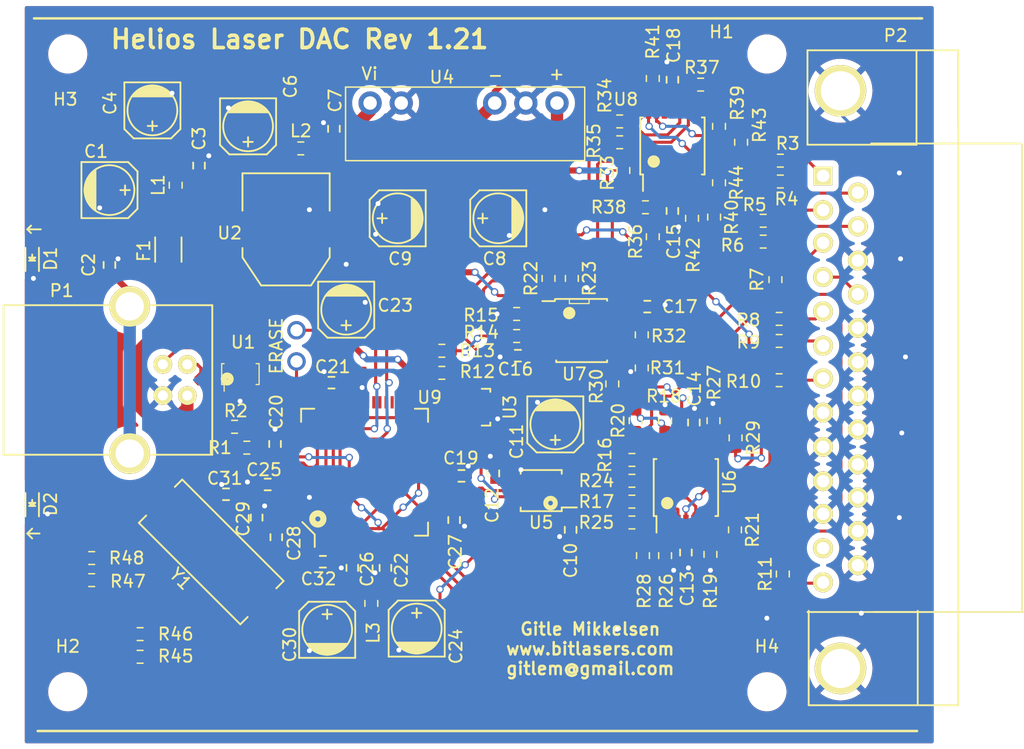
<source format=kicad_pcb>
(kicad_pcb (version 20240108) (generator "pcbnew") (generator_version "8.0")
  (layers (0 "F.Cu" signal) (31 "B.Cu" signal) (34 "B.Paste" user) (35 "F.Paste" user) (36 "B.SilkS" user "B.Silkscreen") (37 "F.SilkS" user "F.Silkscreen") (38 "B.Mask" user) (39 "F.Mask" user) (44 "Edge.Cuts" user))
  (net 0 "")
  (net 1 "Net-(C1-Pad1)")
  (net 2 "GND")
  (net 3 "Net-(P1-shield)")
  (net 4 "Net-(U4-Vin)")
  (net 5 "/Microcontroller/VDDOUT")
  (net 6 "/Microcontroller/VDDPLL")
  (net 7 "/Microcontroller/XIN")
  (net 8 "/Microcontroller/XOUT")
  (net 9 "Net-(P1-VCC)")
  (net 10 "Net-(P2-P6)")
  (net 11 "/ProjReturn")
  (net 12 "/D-")
  (net 13 "/D+")
  (net 14 "Net-(P2-P3)")
  (net 15 "Net-(P2-P15)")
  (net 16 "Net-(P2-P13)")
  (net 17 "/Interlock")
  (net 18 "Net-(P2-P5)")
  (net 19 "Net-(P2-P14)")
  (net 20 "Net-(P2-P1)")
  (net 21 "Net-(P2-P7)")
  (net 22 "Net-(P2-P2)")
  (net 24 "/Microcontroller/ERASE")
  (net 25 "/Microcontroller/D+")
  (net 26 "/Microcontroller/D-")
  (net 28 "/DAC/Din")
  (net 29 "/Microcontroller/NRST")
  (net 30 "/Amplifiers/Offset")
  (net 31 "/Microcontroller/PA23")
  (net 32 "/Microcontroller/PA22")
  (net 33 "/VCC")
  (net 34 "/+9V")
  (net 35 "/-9V")
  (net 36 "/3.3V")
  (net 37 "/2.5V")
  (net 38 "/+X")
  (net 39 "/-X")
  (net 40 "/+Y")
  (net 41 "/-Y")
  (net 42 "/+Int")
  (net 43 "/+R")
  (net 44 "/+G")
  (net 45 "/+B")
  (net 46 "/Shutter_Out")
  (net 47 "/R")
  (net 48 "/B")
  (net 49 "/G")
  (net 50 "/Int")
  (net 51 "/Shutter")
  (net 52 "/X")
  (net 53 "/Y")
  (net 54 "/MOSI")
  (net 55 "/!SYNC")
  (net 56 "/SCLK")
  (footprint "Capacitors_SMD:C_0402" (layer "F.Cu") (at 107.4 121.6 90)
    (property "Reference" "C2")
    (property "Value" "100nF")
  )
  (footprint "Capacitors_SMD:C_0402" (layer "F.Cu") (at 114.7 113.5 90)
    (property "Reference" "C3")
    (property "Value" "100nF")
  )
  (footprint "Capacitors_SMD:C_0402" (layer "F.Cu") (at 125.7 110.5 90)
    (property "Reference" "C7")
    (property "Value" "100nF")
  )
  (footprint "Capacitors_SMD:C_0402" (layer "F.Cu") (at 145 143.2 -90)
    (property "Reference" "C10")
    (property "Value" "100nF")
  )
  (footprint "Capacitors_SMD:C_0402" (layer "F.Cu") (at 138.7 138.6 -90)
    (property "Reference" "C12")
    (property "Value" "13pF")
  )
  (footprint "Capacitors_SMD:C_0402" (layer "F.Cu") (at 154.4 145.05 90)
    (property "Reference" "C13")
    (property "Value" "100nF")
  )
  (footprint "Capacitors_SMD:C_0402" (layer "F.Cu") (at 155.05 134.45 -90)
    (property "Reference" "C14")
    (property "Value" "100nF")
  )
  (footprint "Capacitors_SMD:C_0402" (layer "F.Cu") (at 153.3 117.2 90)
    (property "Reference" "C15")
    (property "Value" "100nF")
  )
  (footprint "Capacitors_SMD:C_0402" (layer "F.Cu") (at 140.7 129)
    (property "Reference" "C16")
    (property "Value" "100nF")
  )
  (footprint "Capacitors_SMD:C_0402" (layer "F.Cu") (at 151.25 125 180)
    (property "Reference" "C17")
    (property "Value" "100nF")
  )
  (footprint "Capacitors_SMD:C_0402" (layer "F.Cu") (at 153.3 106.5 -90)
    (property "Reference" "C18")
    (property "Value" "100nF")
  )
  (footprint "Capacitors_SMD:C_0402" (layer "F.Cu") (at 136.1 138.8)
    (property "Reference" "C19")
    (property "Value" "100nF")
  )
  (footprint "Capacitors_SMD:C_0402" (layer "F.Cu") (at 120.9 136.2 90)
    (property "Reference" "C20")
    (property "Value" "100nF")
  )
  (footprint "Capacitors_SMD:C_0402" (layer "F.Cu") (at 125.5 131.2 180)
    (property "Reference" "C21")
    (property "Value" "100nF")
  )
  (footprint "Capacitors_SMD:C_0402" (layer "F.Cu") (at 129.9 146.3 -90)
    (property "Reference" "C22")
    (property "Value" "100nF")
  )
  (footprint "Capacitors_SMD:C_0402" (layer "F.Cu") (at 120.3 139.5 180)
    (property "Reference" "C25")
    (property "Value" "100nF")
  )
  (footprint "Capacitors_SMD:C_0402" (layer "F.Cu") (at 127.2 146.3 -90)
    (property "Reference" "C26")
    (property "Value" "100nF")
  )
  (footprint "Capacitors_SMD:C_0402" (layer "F.Cu") (at 135.5 142.4 -90)
    (property "Reference" "C27")
    (property "Value" "100nF")
  )
  (footprint "Capacitors_SMD:C_0402" (layer "F.Cu") (at 121 143.8 -90)
    (property "Reference" "C28")
    (property "Value" "100nF")
  )
  (footprint "Capacitors_SMD:C_0402" (layer "F.Cu") (at 119.4 142.2 90)
    (property "Reference" "C29")
    (property "Value" "13pF")
  )
  (footprint "Capacitors_SMD:C_0402" (layer "F.Cu") (at 116.9 140.3 180)
    (property "Reference" "C31")
    (property "Value" "13pF")
  )
  (footprint "Capacitors_SMD:C_0402" (layer "F.Cu") (at 124.8 145.8)
    (property "Reference" "C32")
    (property "Value" "13pF")
  )
  (footprint "LEDs:LED_0603" (layer "F.Cu") (at 101.1 121 90)
    (property "Reference" "D1")
    (property "Value" "Led_Small")
  )
  (footprint "LEDs:LED_0603" (layer "F.Cu") (at 101.1 141 90)
    (property "Reference" "D2")
    (property "Value" "Led_Small")
  )
  (footprint "Resistors_SMD:R_1206" (layer "F.Cu") (at 112.2 120.35 90)
    (property "Reference" "F1")
    (property "Value" "F_Small")
  )
  (footprint "Resistor_SMD:R_0603_1608Metric" (layer "F.Cu") (at 112.8 115.1 90)
    (property "Reference" "L1")
    (property "Value" "FILTER")
  )
  (footprint "Resistor_SMD:R_0603_1608Metric" (layer "F.Cu") (at 123 112.1)
    (property "Reference" "L2")
    (property "Value" "FILTER")
  )
  (footprint "Resistor_SMD:R_0603_1608Metric" (layer "F.Cu") (at 128.75 149.2 -90)
    (property "Reference" "L3")
    (property "Value" "FILTER")
  )
  (footprint "Connect:USB_B" (layer "F.Cu") (at 113.75 132.25 180)
    (property "Reference" "P1")
    (property "Value" "USB_B")
  )
  (footprint "personal:DB25" (layer "F.Cu") (at 167 154.5 90)
    (property "Reference" "P2")
    (property "Value" "CONN_01X25-SHIELD")
  )
  (footprint "Connect:PINHEAD1-2" (layer "F.Cu") (at 122.65 128.2 90)
    (property "Reference" "ERASE")
    (property "Value" "CONN_01X02")
  )
  (footprint "Resistor_SMD:R_0603_1608Metric" (layer "F.Cu") (at 118.6 136.5)
    (property "Reference" "R1")
    (property "Value" "27")
  )
  (footprint "Resistor_SMD:R_0603_1608Metric" (layer "F.Cu") (at 117.6 134.8 180)
    (property "Reference" "R2")
    (property "Value" "27")
  )
  (footprint "Resistor_SMD:R_0603_1608Metric" (layer "F.Cu") (at 162.1 113.1 180)
    (property "Reference" "R3")
    (property "Value" "150")
  )
  (footprint "Resistor_SMD:R_0603_1608Metric" (layer "F.Cu") (at 162.1 114.8 180)
    (property "Reference" "R4")
    (property "Value" "150")
  )
  (footprint "Resistor_SMD:R_0603_1608Metric" (layer "F.Cu") (at 160.7 118 180)
    (property "Reference" "R5")
    (property "Value" "150")
  )
  (footprint "Resistor_SMD:R_0603_1608Metric" (layer "F.Cu") (at 160.7 119.7 180)
    (property "Reference" "R6")
    (property "Value" "150")
  )
  (footprint "Resistor_SMD:R_0603_1608Metric" (layer "F.Cu") (at 161.7 122.8 -90)
    (property "Reference" "R7")
    (property "Value" "150")
  )
  (footprint "Resistor_SMD:R_0603_1608Metric" (layer "F.Cu") (at 162 126 180)
    (property "Reference" "R8")
    (property "Value" "150")
  )
  (footprint "Resistor_SMD:R_0603_1608Metric" (layer "F.Cu") (at 162 127.8 180)
    (property "Reference" "R9")
    (property "Value" "150")
  )
  (footprint "Resistor_SMD:R_0603_1608Metric" (layer "F.Cu") (at 162 131 180)
    (property "Reference" "R10")
    (property "Value" "150")
  )
  (footprint "Resistor_SMD:R_0603_1608Metric" (layer "F.Cu") (at 162.3 146.8 90)
    (property "Reference" "R11")
    (property "Value" "150")
  )
  (footprint "Resistor_SMD:R_0603_1608Metric" (layer "F.Cu") (at 134.5 130.4)
    (property "Reference" "R12")
    (property "Value" "150")
  )
  (footprint "Resistor_SMD:R_0603_1608Metric" (layer "F.Cu") (at 134.5 128.6)
    (property "Reference" "R13")
    (property "Value" "150")
  )
  (footprint "Resistor_SMD:R_0603_1608Metric" (layer "F.Cu") (at 140.6 127.4)
    (property "Reference" "R14")
    (property "Value" "10k")
  )
  (footprint "Resistor_SMD:R_0603_1608Metric" (layer "F.Cu") (at 140.6 125.6 180)
    (property "Reference" "R15")
    (property "Value" "10k")
  )
  (footprint "Resistor_SMD:R_0603_1608Metric" (layer "F.Cu") (at 150 137.5 180)
    (property "Reference" "R16")
    (property "Value" "5.11k")
  )
  (footprint "Resistor_SMD:R_0603_1608Metric" (layer "F.Cu") (at 150 140.9 180)
    (property "Reference" "R17")
    (property "Value" "5.11k")
  )
  (footprint "Resistor_SMD:R_0603_1608Metric" (layer "F.Cu") (at 152.7 134.3 90)
    (property "Reference" "R18")
    (property "Value" "10k")
  )
  (footprint "Resistor_SMD:R_0603_1608Metric" (layer "F.Cu") (at 156.4 145.2 -90)
    (property "Reference" "R19")
    (property "Value" "10k")
  )
  (footprint "Resistor_SMD:R_0603_1608Metric" (layer "F.Cu") (at 150.3 134.3 90)
    (property "Reference" "R20")
    (property "Value" "10k")
  )
  (footprint "Resistor_SMD:R_0603_1608Metric" (layer "F.Cu") (at 158.4 143.2 -90)
    (property "Reference" "R21")
    (property "Value" "10k")
  )
  (footprint "Resistor_SMD:R_0603_1608Metric" (layer "F.Cu") (at 143.2 122.7 90)
    (property "Reference" "R22")
    (property "Value" "1.65k")
  )
  (footprint "Resistor_SMD:R_0603_1608Metric" (layer "F.Cu") (at 145.1 122.7 -90)
    (property "Reference" "R23")
    (property "Value" "10k")
  )
  (footprint "Resistor_SMD:R_0603_1608Metric" (layer "F.Cu") (at 150 139.2 180)
    (property "Reference" "R24")
    (property "Value" "5.11k")
  )
  (footprint "Resistor_SMD:R_0603_1608Metric" (layer "F.Cu") (at 150 142.6 180)
    (property "Reference" "R25")
    (property "Value" "5.11k")
  )
  (footprint "Resistor_SMD:R_0603_1608Metric" (layer "F.Cu") (at 152.7 145.3 -90)
    (property "Reference" "R26")
    (property "Value" "10k")
  )
  (footprint "Resistor_SMD:R_0603_1608Metric" (layer "F.Cu") (at 156.65 134.3 90)
    (property "Reference" "R27")
    (property "Value" "10k")
  )
  (footprint "Resistor_SMD:R_0603_1608Metric" (layer "F.Cu") (at 150.9 145.3 -90)
    (property "Reference" "R28")
    (property "Value" "10k")
  )
  (footprint "Resistor_SMD:R_0603_1608Metric" (layer "F.Cu") (at 158.45 135.7 90)
    (property "Reference" "R29")
    (property "Value" "10k")
  )
  (footprint "Resistor_SMD:R_0603_1608Metric" (layer "F.Cu") (at 148.4 131.3 -90)
    (property "Reference" "R30")
    (property "Value" "5.11k")
  )
  (footprint "Resistor_SMD:R_0603_1608Metric" (layer "F.Cu") (at 150.8 130 90)
    (property "Reference" "R31")
    (property "Value" "10k")
  )
  (footprint "Resistor_SMD:R_0603_1608Metric" (layer "F.Cu") (at 150.8 127.3 -90)
    (property "Reference" "R32")
    (property "Value" "5.11k")
  )
  (footprint "Resistor_SMD:R_0603_1608Metric" (layer "F.Cu") (at 149.3 113.9 90)
    (property "Reference" "R33")
    (property "Value" "1.65k")
  )
  (footprint "Resistor_SMD:R_0603_1608Metric" (layer "F.Cu") (at 149 109.9 180)
    (property "Reference" "R34")
    (property "Value" "1.65k")
  )
  (footprint "Resistor_SMD:R_0603_1608Metric" (layer "F.Cu") (at 149 111.6 180)
    (property "Reference" "R35")
    (property "Value" "1.65k")
  )
  (footprint "Resistor_SMD:R_0603_1608Metric" (layer "F.Cu") (at 151.7 119.3 -90)
    (property "Reference" "R36")
    (property "Value" "1.65k")
  )
  (footprint "Resistor_SMD:R_0603_1608Metric" (layer "F.Cu") (at 155.6 106.9 180)
    (property "Reference" "R37")
    (property "Value" "10k")
  )
  (footprint "Resistor_SMD:R_0603_1608Metric" (layer "F.Cu") (at 151.1 116.9)
    (property "Reference" "R38")
    (property "Value" "10k")
  )
  (footprint "Resistor_SMD:R_0603_1608Metric" (layer "F.Cu") (at 157.1 110.3 90)
    (property "Reference" "R39")
    (property "Value" "10k")
  )
  (footprint "Resistor_SMD:R_0603_1608Metric" (layer "F.Cu") (at 156.7 117.7 -90)
    (property "Reference" "R40")
    (property "Value" "10k")
  )
  (footprint "Resistor_SMD:R_0603_1608Metric" (layer "F.Cu") (at 151.7 106.4 90)
    (property "Reference" "R41")
    (property "Value" "5.11k")
  )
  (footprint "Resistor_SMD:R_0603_1608Metric" (layer "F.Cu") (at 154.9 117.8 -90)
    (property "Reference" "R42")
    (property "Value" "5.11k")
  )
  (footprint "Resistor_SMD:R_0603_1608Metric" (layer "F.Cu") (at 158.9 111.6 90)
    (property "Reference" "R43")
    (property "Value" "10k")
  )
  (footprint "Resistor_SMD:R_0603_1608Metric" (layer "F.Cu") (at 157.1 114.9 -90)
    (property "Reference" "R44")
    (property "Value" "10k")
  )
  (footprint "Resistor_SMD:R_0603_1608Metric" (layer "F.Cu") (at 109.9 153.55 180)
    (property "Reference" "R45")
    (property "Value" "1.65k")
  )
  (footprint "Resistor_SMD:R_0603_1608Metric" (layer "F.Cu") (at 109.9 151.7 180)
    (property "Reference" "R46")
    (property "Value" "1.65k")
  )
  (footprint "Resistor_SMD:R_0603_1608Metric" (layer "F.Cu") (at 105.95 147.3 180)
    (property "Reference" "R47")
    (property "Value" "1.65k")
  )
  (footprint "Resistor_SMD:R_0603_1608Metric" (layer "F.Cu") (at 105.95 145.5 180)
    (property "Reference" "R48")
    (property "Value" "1.65k")
  )
  (footprint "personal:SOT457" (layer "F.Cu") (at 117.1 131.7 90)
    (property "Reference" "U1")
    (property "Value" "IP4220CZ6")
  )
  (footprint "TO_SOT_Packages_SMD:SOT-223" (layer "F.Cu") (at 121.8 118.7 180)
    (property "Reference" "U2")
    (property "Value" "AP2114")
  )
  (footprint "TO_SOT_Packages_SMD:SOT-23" (layer "F.Cu") (at 137.8 133.2 -90)
    (property "Reference" "U3")
    (property "Value" "AN431B")
  )
  (footprint "personal:MSOP-10_3x3mm_Pitch0.5mm" (layer "F.Cu") (at 142.6 140 180)
    (property "Reference" "U5")
    (property "Value" "DAC084S085C")
  )
  (footprint "personal:TSSOP-14_4.4x5mm_Pitch0.65mm" (layer "F.Cu") (at 154.4 139.75 90)
    (property "Reference" "U6")
    (property "Value" "TL084_v")
  )
  (footprint "personal:SOIC-8_3.9x4.9mm_Pitch1.27mm" (layer "F.Cu") (at 142.5 127)
    (property "Reference" "U7")
    (property "Value" "LM358")
  )
  (footprint "personal:TSSOP-14_4.4x5mm_Pitch0.65mm" (layer "F.Cu") (at 153.3 111.9 90)
    (property "Reference" "U8")
    (property "Value" "TL084_v")
  )
  (footprint "personal:LQFP-64_10x10mm_Pitch0.5mm" (layer "F.Cu") (at 128.2 138.5 90)
    (property "Reference" "U9")
    (property "Value" "ATSAM4S")
  )
  (footprint "Crystals:Crystal_HC49-SD_SMD" (layer "F.Cu") (at 115.7 145 135)
    (property "Reference" "Y1")
    (property "Value" "16MHz 18pF")
  )
  (footprint "Capacitors_SMD:c_elec_4x5.3" (layer "F.Cu") (at 107.4 115.5)
    (property "Reference" "C1")
    (property "Value" "4.7uF")
  )
  (footprint "Capacitors_SMD:c_elec_4x5.3" (layer "F.Cu") (at 110.9 109 -90)
    (property "Reference" "C4")
    (property "Value" "4.7uF")
  )
  (footprint "Capacitors_SMD:c_elec_4x5.3" (layer "F.Cu") (at 118.7 110.3 -90)
    (property "Reference" "C6")
    (property "Value" "4.7uF")
  )
  (footprint "Capacitors_SMD:c_elec_4x5.3" (layer "F.Cu") (at 139.1 117.8 180)
    (property "Reference" "C8")
    (property "Value" "4.7uF")
  )
  (footprint "Capacitors_SMD:c_elec_4x5.3" (layer "F.Cu") (at 130.9 117.8 180)
    (property "Reference" "C9")
    (property "Value" "4.7uF")
  )
  (footprint "Capacitors_SMD:c_elec_4x5.3" (layer "F.Cu") (at 143.75 134.6 -90)
    (property "Reference" "C11")
    (property "Value" "4.7uF")
  )
  (footprint "Capacitors_SMD:c_elec_4x5.3" (layer "F.Cu") (at 126.7 125.25 -90)
    (property "Reference" "C23")
    (property "Value" "4.7uF")
  )
  (footprint "Capacitors_SMD:c_elec_4x5.3" (layer "F.Cu") (at 132.45 151.25 90)
    (property "Reference" "C24")
    (property "Value" "4.7uF")
  )
  (footprint "Capacitors_SMD:c_elec_4x5.3" (layer "F.Cu") (at 125.15 151.35 90)
    (property "Reference" "C30")
    (property "Value" "4.7uF")
  )
  (footprint "MountingHole:MountingHole_2.7mm_M2.5" (layer "F.Cu") (at 104 156.4)
    (property "Reference" "H2")
    (property "Value" "MountingHole")
  )
  (footprint "MountingHole:MountingHole_2.7mm_M2.5" (layer "F.Cu") (at 161 104.4)
    (property "Reference" "H1")
    (property "Value" "MountingHole")
  )
  (footprint "personal:CRV1DxxxxSC" (layer "F.Cu") (at 128.65 108.4)
    (property "Reference" "U4")
    (property "Value" "~")
  )
  (footprint "MountingHole:MountingHole_2.7mm_M2.5" (layer "F.Cu") (at 104 104.4)
    (property "Reference" "H3")
    (property "Value" "MountingHole")
  )
  (footprint "MountingHole:MountingHole_2.7mm_M2.5" (layer "F.Cu") (at 161 156.4)
    (property "Reference" "H4")
    (property "Value" "MountingHole")
  )
  (gr_line (start 100.7 118.7) (end 101 119) (stroke (width 0.15)) (layer "F.SilkS"))
  (gr_line (start 101.25 101.5) (end 173.65 101.5) (stroke (width 0.2)) (layer "F.SilkS"))
  (gr_line (start 100.7 118.7) (end 101 118.4) (stroke (width 0.15)) (layer "F.SilkS"))
  (gr_line (start 101 118.4) (end 100.7 118.7) (stroke (width 0.15)) (layer "F.SilkS"))
  (gr_line (start 173.65 101.5) (end 173.45 101.5) (stroke (width 0.2)) (layer "F.SilkS"))
  (gr_line (start 101.8 118.7) (end 100.7 118.7) (stroke (width 0.15)) (layer "F.SilkS"))
  (gr_line (start 101.1 143.1) (end 100.7 143.5) (stroke (width 0.15)) (layer "F.SilkS"))
  (gr_line (start 100.7 143.5) (end 101.1 143.9) (stroke (width 0.15)) (layer "F.SilkS"))
  (gr_line (start 173.25 159.6) (end 101.55 159.6) (stroke (width 0.2)) (layer "F.SilkS"))
  (gr_line (start 101.7 143.5) (end 100.7 143.5) (stroke (width 0.15)) (layer "F.SilkS"))
  (gr_line (start 100 161.1) (end 100 100) (stroke (width 0.0001)) (layer "Edge.Cuts"))
  (gr_line (start 175.2 161.1) (end 100 161.1) (stroke (width 0.0001)) (layer "Edge.Cuts"))
  (gr_line (start 175.2 100) (end 175.2 161.1) (stroke (width 0.0001)) (layer "Edge.Cuts"))
  (gr_line (start 100 100) (end 175.2 100) (stroke (width 0.0001)) (layer "Edge.Cuts"))
  (gr_text "Helios Laser DAC Rev 1.21\n" (at 122.9 103.2 0) (layer "F.SilkS") (effects (font (size 1.5 1.5) (thickness 0.3))))
  (gr_text "Gitle Mikkelsen\nwww.bitlasers.com\ngitlem@gmail.com" (at 146.6 152.9 0) (layer "F.SilkS") (effects (font (size 1 1) (thickness 0.2))))
  (segment (start 151.3 137.5) (end 151.9 138.1) (width 0.25) (layer "F.Cu") (net 0))
  (segment (start 151.9 138.1) (end 153.4 138.1) (width 0.25) (layer "F.Cu") (net 0))
  (segment (start 153.4 138.1) (end 153.75 137.75) (width 0.25) (layer "F.Cu") (net 0))
  (segment (start 153.75 137.75) (end 153.75 136.8) (width 0.25) (layer "F.Cu") (net 0))
  (segment (start 154.5 139.2) (end 155.05 138.65) (width 0.25) (layer "F.Cu") (net 0))
  (segment (start 155.05 138.65) (end 155.05 136.8) (width 0.25) (layer "F.Cu") (net 0))
  (segment (start 150.9 142.6) (end 152 141.5) (width 0.25) (layer "F.Cu") (net 0))
  (segment (start 152 141.5) (end 153.7 141.5) (width 0.25) (layer "F.Cu") (net 0))
  (segment (start 153.7 141.5) (end 153.75 141.55) (width 0.25) (layer "F.Cu") (net 0))
  (segment (start 153.75 141.55) (end 153.75 142.7) (width 0.25) (layer "F.Cu") (net 0))
  (segment (start 151.5 140.9) (end 151.8 140.6) (width 0.25) (layer "F.Cu") (net 0))
  (segment (start 151.8 140.6) (end 154.4 140.6) (width 0.25) (layer "F.Cu") (net 0))
  (segment (start 154.9 117) (end 153.95 116.05) (width 0.25) (layer "F.Cu") (net 0))
  (segment (start 153.95 116.05) (end 153.95 114.85) (width 0.25) (layer "F.Cu") (net 0))
  (segment (start 156.45 116.95) (end 155.8 116.3) (width 0.25) (layer "F.Cu") (net 0))
  (segment (start 155.6 116.1) (end 155 116.1) (width 0.25) (layer "F.Cu") (net 0))
  (segment (start 155 116.1) (end 154.6 115.7) (width 0.25) (layer "F.Cu") (net 0))
  (segment (start 154.6 115.7) (end 154.6 114.85) (width 0.25) (layer "F.Cu") (net 0))
  (segment (start 155.8 116.3) (end 155.6 116.1) (width 0.25) (layer "F.Cu") (net 0))
  (segment (start 155.8 116.2) (end 156.35 115.65) (width 0.25) (layer "F.Cu") (net 0))
  (segment (start 156.35 115.65) (end 157.1 115.65) (width 0.25) (layer "F.Cu") (net 0))
  (segment (start 143.2 126.265) (end 143.25 126.315) (width 0.25) (layer "F.Cu") (net 0))
  (segment (start 141.535 127.585) (end 141.35 127.4) (width 0.25) (layer "F.Cu") (net 0))
  (segment (start 151.85 107.15) (end 152.65 107.95) (width 0.25) (layer "F.Cu") (net 0))
  (segment (start 152.65 107.95) (end 152.65 108.95) (width 0.25) (layer "F.Cu") (net 0))
  (segment (start 154.85 107.35) (end 154.6 107.6) (width 0.25) (layer "F.Cu") (net 0))
  (segment (start 154.6 107.6) (end 154.6 108.95) (width 0.25) (layer "F.Cu") (net 0))
  (segment (start 153.2 111.6) (end 154.6 110.2) (width 0.25) (layer "F.Cu") (net 0))
  (segment (start 154.6 110.2) (end 154.6 108.95) (width 0.25) (layer "F.Cu") (net 0))
  (segment (start 149.9 109.9) (end 151 111) (width 0.25) (layer "F.Cu") (net 0))
  (segment (start 151 111) (end 152.9 111) (width 0.25) (layer "F.Cu") (net 0))
  (segment (start 152.9 111) (end 153.9 110) (width 0.25) (layer "F.Cu") (net 0))
  (segment (start 153.9 110) (end 153.9 109) (width 0.25) (layer "F.Cu") (net 0))
  (segment (start 153.9 109) (end 153.95 108.95) (width 0.25) (layer "F.Cu") (net 0))
  (segment (start 158.7 111.05) (end 158.9 110.85) (width 0.25) (layer "F.Cu") (net 0))
  (segment (start 152 116.75) (end 151.85 116.9) (width 0.25) (layer "F.Cu") (net 0))
  (segment (start 151.85 118.4) (end 151.7 118.55) (width 0.25) (layer "F.Cu") (net 0))
  (segment (start 155.05 111.05) (end 154.9 110.9) (width 0.25) (layer "F.Cu") (net 0))
  (segment (start 152.5 110.3) (end 152.1 109.9) (width 0.25) (layer "F.Cu") (net 0))
  (segment (start 152.1 109.9) (end 152 109.9) (width 0.25) (layer "F.Cu") (net 0))
  (segment (start 152 109.9) (end 152 108.95) (width 0.25) (layer "F.Cu") (net 0))
  (segment (start 150.05 114.65) (end 151.1 113.6) (width 0.25) (layer "F.Cu") (net 0))
  (segment (start 151.1 113.6) (end 152.4 113.6) (width 0.25) (layer "F.Cu") (net 0))
  (segment (start 152.4 113.6) (end 152.65 113.85) (width 0.25) (layer "F.Cu") (net 0))
  (segment (start 152.65 113.85) (end 152.65 114.85) (width 0.25) (layer "F.Cu") (net 0))
  (segment (start 150.335 127.585) (end 150.8 128.05) (width 0.25) (layer "F.Cu") (net 0))
  (segment (start 155.05 141.9) (end 155.2 141.75) (width 0.25) (layer "F.Cu") (net 0))
  (segment (start 155.2 141.75) (end 155.2 141.3) (width 0.25) (layer "F.Cu") (net 0))
  (segment (start 155.2 141.3) (end 154.5 140.6) (width 0.25) (layer "F.Cu") (net 0))
  (segment (start 154.5 140.6) (end 154.4 140.6) (width 0.25) (layer "F.Cu") (net 0))
  (segment (start 105.2 142.65) (end 102.8007 140.2507) (width 0.25) (layer "F.Cu") (net 0))
  (segment (start 102.8007 140.2507) (end 101.1 140.2507) (width 0.25) (layer "F.Cu") (net 0))
  (segment (start 156.4 135.05) (end 156.65 135.05) (width 0.25) (layer "F.Cu") (net 0))
  (segment (start 143.25 123.5) (end 143.2 123.45) (width 0.25) (layer "F.Cu") (net 0))
  (segment (start 153.1 135.45) (end 152.7 135.05) (width 0.25) (layer "F.Cu") (net 0))
  (segment (start 152.7 134.8) (end 152.4 134.5) (width 0.25) (layer "F.Cu") (net 0))
  (segment (start 150.7 134.1) (end 150.3 133.7) (width 0.25) (layer "F.Cu") (net 0))
  (segment (start 150.3 133.7) (end 150.3 133.55) (width 0.25) (layer "F.Cu") (net 0))
  (segment (start 155.7 135.7) (end 156.35 135.05) (width 0.25) (layer "F.Cu") (net 0))
  (segment (start 156.35 135.05) (end 156.65 135.05) (width 0.25) (layer "F.Cu") (net 0))
  (segment (start 158.35 135.05) (end 158.45 134.95) (width 0.25) (layer "F.Cu") (net 0))
  (segment (start 155.7 143.75) (end 156.4 144.45) (width 0.25) (layer "F.Cu") (net 0))
  (segment (start 157.9 144.45) (end 158.4 143.95) (width 0.25) (layer "F.Cu") (net 0))
  (segment (start 152.7 144.3) (end 153.1 143.9) (width 0.25) (layer "F.Cu") (net 0))
  (segment (start 153.1 143.9) (end 153.1 142.7) (width 0.25) (layer "F.Cu") (net 0))
  (segment (start 151.15 146.05) (end 152.65 144.55) (width 0.25) (layer "F.Cu") (net 0))
  (segment (start 152.65 144.55) (end 152.7 144.55) (width 0.25) (layer "F.Cu") (net 0))
  (segment (start 156.65 135.05) (end 158.35 135.05) (width 0.25) (layer "F.Cu") (net 0))
  (segment (start 153.1 136.8) (end 153.1 135.45) (width 0.25) (layer "F.Cu") (net 0))
  (segment (start 156.4 144.45) (end 157.9 144.45) (width 0.25) (layer "F.Cu") (net 0))
  (segment (start 154.9 117.15) (end 154.9 117) (width 0.25) (layer "F.Cu") (net 0))
  (segment (start 151.7 107.15) (end 151.85 107.15) (width 0.25) (layer "F.Cu") (net 0))
  (segment (start 148.4 130.55) (end 148.4 128.855) (width 0.25) (layer "F.Cu") (net 0))
  (segment (start 155.8 116.3) (end 155.8 116.2) (width 0.25) (layer "F.Cu") (net 0))
  (segment (start 141.35 127.4) (end 141.35 125.6) (width 0.25) (layer "F.Cu") (net 0))
  (segment (start 152.7 144.55) (end 152.7 144.3) (width 0.25) (layer "F.Cu") (net 0))
  (segment (start 103.1 121) (end 102.3507 120.2507) (width 0.25) (layer "F.Cu") (net 0))
  (segment (start 150.75 137.5) (end 151.3 137.5) (width 0.25) (layer "F.Cu") (net 0))
  (segment (start 155.7 142.7) (end 155.7 143.75) (width 0.25) (layer "F.Cu") (net 0))
  (segment (start 151.5 140.9) (end 150.75 140.9) (width 0.25) (layer "F.Cu") (net 0))
  (segment (start 105.2 147.3) (end 105.2 145.5) (width 0.25) (layer "F.Cu") (net 0))
  (segment (start 152.7 135.05) (end 152.7 134.8) (width 0.25) (layer "F.Cu") (net 0))
  (segment (start 150.8 129.25) (end 150.8 128.05) (width 0.25) (layer "F.Cu") (net 0))
  (segment (start 151.85 116.9) (end 151.85 118.4) (width 0.25) (layer "F.Cu") (net 0))
  (segment (start 150.75 142.6) (end 150.9 142.6) (width 0.25) (layer "F.Cu") (net 0))
  (segment (start 102.3507 120.2507) (end 101.1 120.2507) (width 0.25) (layer "F.Cu") (net 0))
  (segment (start 143.2 123.45) (end 143.2 126.265) (width 0.25) (layer "F.Cu") (net 0))
  (segment (start 143.25 125.045) (end 143.25 123.5) (width 0.25) (layer "F.Cu") (net 0))
  (segment (start 156.7 116.95) (end 156.45 116.95) (width 0.25) (layer "F.Cu") (net 0))
  (segment (start 108.3 151.7) (end 105.953967 149.353967) (width 0.25) (layer "F.Cu") (net 0))
  (segment (start 155.7 136.8) (end 155.7 135.7) (width 0.25) (layer "F.Cu") (net 0))
  (segment (start 149.3 114.65) (end 150.05 114.65) (width 0.25) (layer "F.Cu") (net 0))
  (segment (start 157.1 111.05) (end 158.7 111.05) (width 0.25) (layer "F.Cu") (net 0))
  (segment (start 150.75 139.2) (end 154.5 139.2) (width 0.25) (layer "F.Cu") (net 0))
  (segment (start 103.1 137.6) (end 103.1 121) (width 0.25) (layer "F.Cu") (net 0))
  (segment (start 149.75 109.9) (end 149.9 109.9) (width 0.25) (layer "F.Cu") (net 0))
  (segment (start 157.1 111.05) (end 155.05 111.05) (width 0.25) (layer "F.Cu") (net 0))
  (segment (start 143.25 127.585) (end 141.535 127.585) (width 0.25) (layer "F.Cu") (net 0))
  (segment (start 148.4 127.585) (end 150.335 127.585) (width 0.25) (layer "F.Cu") (net 0))
  (segment (start 105.2 145.5) (end 105.2 142.65) (width 0.25) (layer "F.Cu") (net 0))
  (segment (start 109.075 151.7) (end 108.3 151.7) (width 0.25) (layer "F.Cu") (net 0))
  (segment (start 154.85 106.9) (end 154.85 107.35) (width 0.25) (layer "F.Cu") (net 0))
  (segment (start 152 114.85) (end 152 116.75) (width 0.25) (layer "F.Cu") (net 0))
  (segment (start 149.75 111.6) (end 153.2 111.6) (width 0.25) (layer "F.Cu") (net 0))
  (segment (start 109.075 153.55) (end 109.075 151.7) (width 0.25) (layer "F.Cu") (net 0))
  (segment (start 150.9 146.05) (end 151.15 146.05) (width 0.25) (layer "F.Cu") (net 0))
  (segment (start 105.953967 149.353967) (end 105.953967 140.453967) (width 0.25) (layer "F.Cu") (net 0))
  (segment (start 155.05 142.7) (end 155.05 141.9) (width 0.25) (layer "F.Cu") (net 0))
  (segment (start 105.953967 140.453967) (end 103.1 137.6) (width 0.25) (layer "F.Cu") (net 0))
  (via (at 150.7 134.1) (size 0.6) (drill 0.4) (layers "F.Cu" "B.Cu") (net 0))
  (via (at 152.5 110.3) (size 0.6) (drill 0.4) (layers "F.Cu" "B.Cu") (net 0))
  (via (at 152.4 134.5) (size 0.6) (drill 0.4) (layers "F.Cu" "B.Cu") (net 0))
  (via (at 154.9 110.9) (size 0.6) (drill 0.4) (layers "F.Cu" "B.Cu") (net 0))
  (segment (start 154.9 110.9) (end 154.3 110.3) (width 0.25) (layer "B.Cu") (net 0))
  (segment (start 154.3 110.3) (end 152.5 110.3) (width 0.25) (layer "B.Cu") (net 0))
  (segment (start 152.4 134.5) (end 152 134.1) (width 0.25) (layer "B.Cu") (net 0))
  (segment (start 152 134.1) (end 150.7 134.1) (width 0.25) (layer "B.Cu") (net 0))
  (segment (start 109.80086 116.1) (end 109.20086 115.5) (width 0.5) (layer "F.Cu") (net 1))
  (segment (start 112.05 116.1) (end 109.80086 116.1) (width 1) (layer "F.Cu") (net 1))
  (segment (start 112.55 116.1) (end 112.8 115.85) (width 0.5) (layer "F.Cu") (net 1))
  (segment (start 112.1 118.85) (end 112.1 116.1) (width 1) (layer "F.Cu") (net 1))
  (segment (start 112.05 116.1) (end 112.55 116.1) (width 1) (layer "F.Cu") (net 1))
  (segment (start 112.1 116.1) (end 112.05 116.1) (width 0.5) (layer "F.Cu") (net 1))
  (segment (start 108.05 121.05) (end 108.1 121.1) (width 0.5) (layer "F.Cu") (net 2))
  (segment (start 124.9 109.95) (end 124.85 110) (width 0.25) (layer "F.Cu") (net 2))
  (segment (start 139.35 129) (end 139.25 129.1) (width 0.25) (layer "F.Cu") (net 2))
  (segment (start 124.95 130.35) (end 124.9 130.3) (width 0.25) (layer "F.Cu") (net 2))
  (segment (start 124.086 116.714) (end 123.7 117.1) (width 0.25) (layer "F.Cu") (net 2))
  (segment (start 102.1993 141.7493) (end 102.35 141.9) (width 0.25) (layer "F.Cu") (net 2))
  (segment (start 129.2 146.85) (end 129.05 146.7) (width 0.25) (layer "F.Cu") (net 2))
  (segment (start 134.3 142.25) (end 135 142.95) (width 0.25) (layer "F.Cu") (net 2))
  (segment (start 135 142.95) (end 135.5 142.95) (width 0.25) (layer "F.Cu") (net 2))
  (segment (start 136.3 142.95) (end 136.35 142.9) (width 0.25) (layer "F.Cu") (net 2))
  (segment (start 138.7 137.45) (end 138.45 137.2) (width 0.25) (layer "F.Cu") (net 2))
  (segment (start 138.79822 133.89822) (end 139.05 134.15) (width 0.25) (layer "F.Cu") (net 2))
  (segment (start 118.85 139.5) (end 118.65 139.3) (width 0.25) (layer "F.Cu") (net 2))
  (segment (start 116.35 139.7) (end 116.55 139.5) (width 0.25) (layer "F.Cu") (net 2))
  (segment (start 119.65 141.65) (end 120.05 141.25) (width 0.25) (layer "F.Cu") (net 2))
  (segment (start 153.05 105.95) (end 152.75 105.65) (width 0.25) (layer "F.Cu") (net 2))
  (segment (start 152.75 105.65) (end 152.55 105.65) (width 0.25) (layer "F.Cu") (net 2))
  (segment (start 152.55 105.65) (end 151.7 105.65) (width 0.25) (layer "F.Cu") (net 2))
  (segment (start 152.55 105.35) (end 152.85 105.05) (width 0.25) (layer "F.Cu") (net 2))
  (segment (start 154.05 118.55) (end 153.775 118.275) (width 0.25) (layer "F.Cu") (net 2))
  (segment (start 153.3 117.8) (end 153.8 118.3) (width 0.25) (layer "F.Cu") (net 2))
  (segment (start 153.8 118.3) (end 153.8 118.25) (width 0.25) (layer "F.Cu") (net 2))
  (segment (start 153.8 118.25) (end 153.3 117.75) (width 0.25) (layer "F.Cu") (net 2))
  (segment (start 153.775 118.275) (end 153.3 117.8) (width 0.25) (layer "F.Cu") (net 2))
  (segment (start 153.775 118.475) (end 153.8 118.5) (width 0.25) (layer "F.Cu") (net 2))
  (segment (start 152.55 125) (end 152.7 124.85) (width 0.25) (layer "F.Cu") (net 2))
  (segment (start 150.35 130.75) (end 149.9 130.3) (width 0.25) (layer "F.Cu") (net 2))
  (segment (start 125.45 131.95) (end 124.95 131.45) (width 0.25) (layer "F.Cu") (net 2))
  (segment (start 124.95 131.45) (end 124.95 131.2) (width 0.25) (layer "F.Cu") (net 2))
  (segment (start 123.4 140.25) (end 123.7 140.55) (width 0.25) (layer "F.Cu") (net 2))
  (segment (start 124.95 145) (end 125.35 145.4) (width 0.25) (layer "F.Cu") (net 2))
  (segment (start 125.35 145.4) (end 125.35 145.8) (width 0.25) (layer "F.Cu") (net 2))
  (segment (start 140.4 138.85) (end 140.95 138.3) (width 0.25) (layer "F.Cu") (net 2))
  (segment (start 142.30086 132.79914) (end 142.3 132.8) (width 0.25) (layer "F.Cu") (net 2))
  (segment (start 123.80086 153.15086) (end 123.7 153.05) (width 0.25) (layer "F.Cu") (net 2))
  (segment (start 131.05086 153.05086) (end 131 153) (width 0.25) (layer "F.Cu") (net 2))
  (segment (start 127.04914 123.44914) (end 128.25 124.65) (width 0.25) (layer "F.Cu") (net 2))
  (segment (start 117.40086 108.49914) (end 117.1 108.8) (width 0.5) (layer "F.Cu") (net 2))
  (segment (start 105.59914 115.94914) (end 106.6 116.95) (width 0.5) (layer "F.Cu") (net 2))
  (segment (start 155.05 133.35) (end 155.1 133.3) (width 0.25) (layer "F.Cu") (net 2))
  (segment (start 156.65 132.95) (end 156.6 132.9) (width 0.25) (layer "F.Cu") (net 2))
  (segment (start 155.3 145.6) (end 155.65 145.95) (width 0.25) (layer "F.Cu") (net 2))
  (segment (start 155.65 145.95) (end 156.4 145.95) (width 0.25) (layer "F.Cu") (net 2))
  (segment (start 154.4 146.1) (end 154.6 146.3) (width 0.25) (layer "F.Cu") (net 2))
  (segment (start 153.95 146.05) (end 154.4 145.6) (width 0.25) (layer "F.Cu") (net 2))
  (segment (start 152.95 146.05) (end 153.4 146.5) (width 0.25) (layer "F.Cu") (net 2))
  (segment (start 171.8 114.1) (end 171.9 114.2) (width 0.25) (layer "F.Cu") (net 2))
  (segment (start 171.9 114.2) (end 171.9 121.1) (width 0.25) (layer "F.Cu") (net 2))
  (segment (start 172.3 129.1) (end 172 129.4) (width 0.25) (layer "F.Cu") (net 2))
  (segment (start 172 129.4) (end 172 135.3) (width 0.25) (layer "F.Cu") (net 2))
  (segment (start 171.8 142.2) (end 171.6 142.4) (width 0.25) (layer "F.Cu") (net 2))
  (segment (start 171.6 142.4) (end 171.6 147.1) (width 0.25) (layer "F.Cu") (net 2))
  (segment (start 171.6 147.1) (end 168.7 150) (width 0.25) (layer "F.Cu") (net 2))
  (segment (start 161 150.4) (end 160.1 151.3) (width 0.25) (layer "F.Cu") (net 2))
  (segment (start 160.1 151.3) (end 148.8 151.3) (width 0.25) (layer "F.Cu") (net 2))
  (segment (start 156.65 133.55) (end 156.65 132.95) (width 0.25) (layer "F.Cu") (net 2))
  (segment (start 124.95 131.2) (end 124.95 130.35) (width 0.25) (layer "F.Cu") (net 2))
  (segment (start 125.8 145.8) (end 125.35 145.8) (width 0.25) (layer "F.Cu") (net 2))
  (segment (start 128.45 132.05) (end 128.45 132.8) (width 0.25) (layer "F.Cu") (net 2))
  (segment (start 126.85 146.85) (end 127.2 146.85) (width 0.25) (layer "F.Cu") (net 2))
  (segment (start 129.9 146.85) (end 129.2 146.85) (width 0.25) (layer "F.Cu") (net 2))
  (segment (start 132.45 153.05086) (end 131.05086 153.05086) (width 0.25) (layer "F.Cu") (net 2))
  (segment (start 138.7 138.05) (end 138.7 137.45) (width 0.25) (layer "F.Cu") (net 2))
  (segment (start 143.75 132.79914) (end 142.30086 132.79914) (width 0.25) (layer "F.Cu") (net 2))
  (segment (start 112.5 107.6) (end 112.09914 107.19914) (width 0.5) (layer "F.Cu") (net 2))
  (segment (start 155.05 133.9) (end 155.05 133.7) (width 0.25) (layer "F.Cu") (net 2))
  (segment (start 101.1 141.7493) (end 102.1993 141.7493) (width 0.25) (layer "F.Cu") (net 2))
  (segment (start 145.1 123.45) (end 146.3 123.45) (width 0.25) (layer "F.Cu") (net 2))
  (segment (start 125.45 132.8) (end 125.45 131.95) (width 0.25) (layer "F.Cu") (net 2))
  (segment (start 153.775 118.275) (end 153.775 118.475) (width 0.25) (layer "F.Cu") (net 2))
  (segment (start 122.5 140.25) (end 123.4 140.25) (width 0.25) (layer "F.Cu") (net 2))
  (segment (start 115.05 113.15) (end 114.7 113.15) (width 0.25) (layer "F.Cu") (net 2))
  (segment (start 126.7 123.44914) (end 126.7 121.55) (width 0.25) (layer "F.Cu") (net 2))
  (segment (start 115.5 112.7) (end 115.05 113.15) (width 0.25) (layer "F.Cu") (net 2))
  (segment (start 138.79822 133.2) (end 138.79822 133.89822) (width 0.25) (layer "F.Cu") (net 2))
  (segment (start 155.05 133.9) (end 155.05 133.35) (width 0.25) (layer "F.Cu") (net 2))
  (segment (start 101.1 122.6) (end 101.2 122.7) (width 0.25) (layer "F.Cu") (net 2))
  (segment (start 119.4 141.65) (end 119.65 141.65) (width 0.25) (layer "F.Cu") (net 2))
  (segment (start 118.7 108.49914) (end 117.40086 108.49914) (width 0.5) (layer "F.Cu") (net 2))
  (segment (start 154.4 145.6) (end 154.4 146.1) (width 0.25) (layer "F.Cu") (net 2))
  (segment (start 136.65 138.8) (end 136.65 138) (width 0.25) (layer "F.Cu") (net 2))
  (segment (start 125.15 153.15086) (end 123.80086 153.15086) (width 0.25) (layer "F.Cu") (net 2))
  (segment (start 120.9 135.65) (end 120.9 135) (width 0.25) (layer "F.Cu") (net 2))
  (segment (start 118.05 131.7) (end 118.05 132.7) (width 0.5) (layer "F.Cu") (net 2))
  (segment (start 101.1 121.7493) (end 101.1 122.6) (width 0.25) (layer "F.Cu") (net 2))
  (segment (start 105.59914 115.5) (end 105.59914 115.94914) (width 0.5) (layer "F.Cu") (net 2))
  (segment (start 152.7 146.05) (end 153.95 146.05) (width 0.25) (layer "F.Cu") (net 2))
  (segment (start 133.9 142.25) (end 134.3 142.25) (width 0.25) (layer "F.Cu") (net 2))
  (segment (start 156.4 145.95) (end 156.4 146.5) (width 0.25) (layer "F.Cu") (net 2))
  (segment (start 152.7 146.05) (end 152.95 146.05) (width 0.25) (layer "F.Cu") (net 2))
  (segment (start 153.3 105.95) (end 153.05 105.95) (width 0.25) (layer "F.Cu") (net 2))
  (segment (start 126.3 146.3) (end 126.85 146.85) (width 0.25) (layer "F.Cu") (net 2))
  (segment (start 154.4 145.6) (end 155.3 145.6) (width 0.25) (layer "F.Cu") (net 2))
  (segment (start 152.7 133.55) (end 152.7 133) (width 0.25) (layer "F.Cu") (net 2))
  (segment (start 145 143.75) (end 144.1 143.75) (width 0.25) (layer "F.Cu") (net 2))
  (segment (start 154.9 118.55) (end 154.05 118.55) (width 0.25) (layer "F.Cu") (net 2))
  (segment (start 139.85 125.6) (end 139 125.6) (width 0.25) (layer "F.Cu") (net 2))
  (segment (start 126.7 123.44914) (end 127.04914 123.44914) (width 0.25) (layer "F.Cu") (net 2))
  (segment (start 125.7 109.95) (end 124.9 109.95) (width 0.25) (layer "F.Cu") (net 2))
  (segment (start 140.15 129) (end 139.35 129) (width 0.25) (layer "F.Cu") (net 2))
  (segment (start 126.3 146.3) (end 125.8 145.8) (width 0.25) (layer "F.Cu") (net 2))
  (segment (start 124.95 144.2) (end 124.95 145) (width 0.25) (layer "F.Cu") (net 2))
  (segment (start 107.4 121.05) (end 108.05 121.05) (width 0.5) (layer "F.Cu") (net 2))
  (segment (start 135.5 142.95) (end 136.3 142.95) (width 0.25) (layer "F.Cu") (net 2))
  (segment (start 116.35 140.3) (end 116.35 139.7) (width 0.25) (layer "F.Cu") (net 2))
  (segment (start 140.4 139) (end 140.4 138.85) (width 0.25) (layer "F.Cu") (net 2))
  (segment (start 151.8 125) (end 152.55 125) (width 0.25) (layer "F.Cu") (net 2))
  (segment (start 128 131.6) (end 128.45 132.05) (width 0.25) (layer "F.Cu") (net 2))
  (segment (start 150.8 130.75) (end 150.35 130.75) (width 0.25) (layer "F.Cu") (net 2))
  (segment (start 152.55 105.65) (end 152.55 105.35) (width 0.25) (layer "F.Cu") (net 2))
  (segment (start 112.09914 107.19914) (end 110.9 107.19914) (width 0.5) (layer "F.Cu") (net 2))
  (segment (start 124.086 115.398) (end 124.086 116.714) (width 0.25) (layer "F.Cu") (net 2))
  (segment (start 119.75 139.5) (end 118.85 139.5) (width 0.25) (layer "F.Cu") (net 2))
  (via (at 171.9 121.1) (size 0.6) (drill 0.4) (layers "F.Cu" "B.Cu") (net 2))
  (via (at 120.05 141.25) (size 0.6) (drill 0.4) (layers "F.Cu" "B.Cu") (net 2))
  (via (at 117.1 108.8) (size 0.6) (drill 0.4) (layers "F.Cu" "B.Cu") (net 2))
  (via (at 123.7 117.1) (size 0.6) (drill 0.4) (layers "F.Cu" "B.Cu") (net 2))
  (via (at 139.25 129.1) (size 0.6) (drill 0.4) (layers "F.Cu" "B.Cu") (net 2))
  (via (at 161 150.4) (size 0.6) (drill 0.4) (layers "F.Cu" "B.Cu") (net 2))
  (via (at 124.9 130.3) (size 0.6) (drill 0.4) (layers "F.Cu" "B.Cu") (net 2))
  (via (at 144.1 143.75) (size 0.6) (drill 0.4) (layers "F.Cu" "B.Cu") (net 2))
  (via (at 171.8 142.2) (size 0.6) (drill 0.4) (layers "F.Cu" "B.Cu") (net 2))
  (via (at 106.6 116.95) (size 0.6) (drill 0.4) (layers "F.Cu" "B.Cu") (net 2))
  (via (at 138.45 137.2) (size 0.6) (drill 0.4) (layers "F.Cu" "B.Cu") (net 2))
  (via (at 136.65 138) (size 0.6) (drill 0.4) (layers "F.Cu" "B.Cu") (net 2))
  (via (at 142.9 117.1) (size 0.6) (drill 0.4) (layers "F.Cu" "B.Cu") (net 2))
  (via (at 118.65 139.3) (size 0.6) (drill 0.4) (layers "F.Cu" "B.Cu") (net 2))
  (via (at 129.05 146.7) (size 0.6) (drill 0.4) (layers "F.Cu" "B.Cu") (net 2))
  (via (at 172.3 129.1) (size 0.6) (drill 0.4) (layers "F.Cu" "B.Cu") (net 2))
  (via (at 168.7 150) (size 0.6) (drill 0.4) (layers "F.Cu" "B.Cu") (net 2))
  (via (at 128 131.6) (size 0.6) (drill 0.4) (layers "F.Cu" "B.Cu") (net 2))
  (via (at 152.85 105.05) (size 0.6) (drill 0.4) (layers "F.Cu" "B.Cu") (net 2))
  (via (at 131 153) (size 0.6) (drill 0.4) (layers "F.Cu" "B.Cu") (net 2))
  (via (at 171.8 114.1) (size 0.6) (drill 0.4) (layers "F.Cu" "B.Cu") (net 2))
  (via (at 153.8 118.5) (size 0.6) (drill 0.4) (layers "F.Cu" "B.Cu") (net 2))
  (via (at 140 119.2) (size 0.6) (drill 0.4) (layers "F.Cu" "B.Cu") (net 2))
  (via (at 139 125.6) (size 0.6) (drill 0.4) (layers "F.Cu" "B.Cu") (net 2))
  (via (at 152.7 124.85) (size 0.6) (drill 0.4) (layers "F.Cu" "B.Cu") (net 2))
  (via (at 102.35 141.9) (size 0.6) (drill 0.4) (layers "F.Cu" "B.Cu") (net 2))
  (via (at 155.1 133.3) (size 0.6) (drill 0.4) (layers "F.Cu" "B.Cu") (net 2))
  (via (at 129.3 116.6) (size 0.6) (drill 0.4) (layers "F.Cu" "B.Cu") (net 2))
  (via (at 101.2 122.7) (size 0.6) (drill 0.4) (layers "F.Cu" "B.Cu") (net 2))
  (via (at 136.35 142.9) (size 0.6) (drill 0.4) (layers "F.Cu" "B.Cu") (net 2))
  (via (at 123.7 153.05) (size 0.6) (drill 0.4) (layers "F.Cu" "B.Cu") (net 2))
  (via (at 153.4 146.5) (size 0.6) (drill 0.4) (layers "F.Cu" "B.Cu") (net 2))
  (via (at 123.7 140.55) (size 0.6) (drill 0.4) (layers "F.Cu" "B.Cu") (net 2))
  (via (at 124.85 110) (size 0.6) (drill 0.4) (layers "F.Cu" "B.Cu") (net 2))
  (via (at 126.7 121.55) (size 0.6) (drill 0.4) (layers "F.Cu" "B.Cu") (net 2))
  (via (at 148.8 151.3) (size 0.6) (drill 0.4) (layers "F.Cu" "B.Cu") (net 2))
  (via (at 116.55 139.5) (size 0.6) (drill 0.4) (layers "F.Cu" "B.Cu") (net 2))
  (via (at 156.6 132.9) (size 0.6) (drill 0.4) (layers "F.Cu" "B.Cu") (net 2))
  (via (at 115.5 112.7) (size 0.6) (drill 0.4) (layers "F.Cu" "B.Cu") (net 2))
  (via (at 154.6 146.3) (size 0.6) (drill 0.4) (layers "F.Cu" "B.Cu") (net 2))
  (via (at 129.1 119.1) (size 0.6) (drill 0.4) (layers "F.Cu" "B.Cu") (net 2))
  (via (at 128.25 124.65) (size 0.6) (drill 0.4) (layers "F.Cu" "B.Cu") (net 2))
  (via (at 152.7 133) (size 0.6) (drill 0.4) (layers "F.Cu" "B.Cu") (net 2))
  (via (at 142.3 132.8) (size 0.6) (drill 0.4) (layers "F.Cu" "B.Cu") (net 2))
  (via (at 172 135.3) (size 0.6) (drill 0.4) (layers "F.Cu" "B.Cu") (net 2))
  (via (at 156.4 146.5) (size 0.6) (drill 0.4) (layers "F.Cu" "B.Cu") (net 2))
  (via (at 118.05 132.7) (size 0.6) (drill 0.4) (layers "F.Cu" "B.Cu") (net 2))
  (via (at 120.9 135) (size 0.6) (drill 0.4) (layers "F.Cu" "B.Cu") (net 2))
  (via (at 126.3 146.3) (size 0.6) (drill 0.4) (layers "F.Cu" "B.Cu") (net 2))
  (via (at 146.3 123.45) (size 0.6) (drill 0.4) (layers "F.Cu" "B.Cu") (net 2))
  (via (at 112.5 107.6) (size 0.6) (drill 0.4) (layers "F.Cu" "B.Cu") (net 2))
  (via (at 139.05 134.15) (size 0.6) (drill 0.4) (layers "F.Cu" "B.Cu") (net 2))
  (via (at 140.95 138.3) (size 0.6) (drill 0.4) (layers "F.Cu" "B.Cu") (net 2))
  (via (at 149.9 130.3) (size 0.6) (drill 0.4) (layers "F.Cu" "B.Cu") (net 2))
  (via (at 108.1 121.1) (size 0.6) (drill 0.4) (layers "F.Cu" "B.Cu") (net 2))
  (segment (start 123.7 117.1) (end 123.55 117.25) (width 0.25) (layer "B.Cu") (net 2))
  (segment (start 116.55 139.5) (end 116.55 139.45) (width 0.25) (layer "B.Cu") (net 2))
  (segment (start 167 109.3) (end 171.8 114.1) (width 0.25) (layer "B.Cu") (net 2))
  (segment (start 171.9 121.1) (end 172.3 121.5) (width 0.25) (layer "B.Cu") (net 2))
  (segment (start 172.3 121.5) (end 172.3 129.1) (width 0.25) (layer "B.Cu") (net 2))
  (segment (start 172 135.3) (end 171.8 135.5) (width 0.25) (layer "B.Cu") (net 2))
  (segment (start 171.8 135.5) (end 171.8 142.2) (width 0.25) (layer "B.Cu") (net 2))
  (segment (start 168.7 150) (end 168.3 150.4) (width 0.25) (layer "B.Cu") (net 2))
  (segment (start 168.3 150.4) (end 161 150.4) (width 0.25) (layer "B.Cu") (net 2))
  (segment (start 167 107.4) (end 167 109.3) (width 0.25) (layer "B.Cu") (net 2))
  (segment (start 126.3 146.3) (end 126.35 146.25) (width 0.25) (layer "B.Cu") (net 2))
  (segment (start 109.051 123.801) (end 107.4 122.15) (width 0.5) (layer "F.Cu") (net 3))
  (segment (start 109.051 124.98052) (end 109.051 123.801) (width 0.5) (layer "F.Cu") (net 3))
  (segment (start 109.051 124.98052) (end 109.051 136.97948) (width 1) (layer "B.Cu") (net 3))
  (segment (start 124.65 112.1) (end 125.7 111.05) (width 1) (layer "F.Cu") (net 4))
  (segment (start 125.7 111.05) (end 126.65 111.05) (width 1) (layer "F.Cu") (net 4))
  (segment (start 128.65 108.4) (end 128.65 109.05) (width 0.25) (layer "F.Cu") (net 4))
  (segment (start 128.65 109.05) (end 126.65 111.05) (width 1) (layer "F.Cu") (net 4))
  (segment (start 123.75 112.1) (end 124.65 112.1) (width 1) (layer "F.Cu") (net 4))
  (segment (start 121.4 137.25) (end 120.9 136.75) (width 0.25) (layer "F.Cu") (net 5))
  (segment (start 129.95 143.35) (end 129.7 143.1) (width 0.25) (layer "F.Cu") (net 5))
  (segment (start 129.7 143.1) (end 129.65 143.1) (width 0.25) (layer "F.Cu") (net 5))
  (segment (start 128.4 143.1) (end 127.95 143.55) (width 0.25) (layer "F.Cu") (net 5))
  (segment (start 127.95 143.55) (end 127.95 144.2) (width 0.25) (layer "F.Cu") (net 5))
  (segment (start 135.5 138.75) (end 135.55 138.8) (width 0.25) (layer "F.Cu") (net 5))
  (segment (start 133.25 138.75) (end 132.6 139.4) (width 0.25) (layer "F.Cu") (net 5))
  (segment (start 132.6 139.4) (end 132.6 140.2) (width 0.25) (layer "F.Cu") (net 5))
  (segment (start 131.35 141.35) (end 130.7 142) (width 0.25) (layer "F.Cu") (net 5))
  (segment (start 129.65 143.05) (end 129.65 143.1) (width 0.25) (layer "F.Cu") (net 5))
  (segment (start 129.65 143.1) (end 129.35 143.1) (width 0.25) (layer "F.Cu") (net 5))
  (segment (start 130.7 142) (end 129.65 143.05) (width 0.25) (layer "F.Cu") (net 5))
  (segment (start 129.35 143.1) (end 128.4 143.1) (width 0.25) (layer "F.Cu") (net 5))
  (segment (start 129.35 142.65) (end 129.3 142.6) (width 0.25) (layer "F.Cu") (net 5))
  (segment (start 127.95 141.4) (end 126.95 140.4) (width 0.25) (layer "F.Cu") (net 5))
  (segment (start 126.95 140.4) (end 126.95 138.2) (width 0.25) (layer "F.Cu") (net 5))
  (segment (start 126.95 138.2) (end 126.95 137.3) (width 0.25) (layer "F.Cu") (net 5))
  (segment (start 129.95 145.7) (end 129.9 145.75) (width 0.25) (layer "F.Cu") (net 5))
  (segment (start 127.95 144.9) (end 128.25 145.2) (width 0.25) (layer "F.Cu") (net 5))
  (segment (start 128.25 145.2) (end 128.25 147.95) (width 0.25) (layer "F.Cu") (net 5))
  (segment (start 128.25 147.95) (end 128.75 148.45) (width 0.25) (layer "F.Cu") (net 5))
  (segment (start 128.75 148.45) (end 131.45086 148.45) (width 0.25) (layer "F.Cu") (net 5))
  (segment (start 131.45086 148.45) (end 132.45 149.44914) (width 0.25) (layer "F.Cu") (net 5))
  (segment (start 127.95 144.2) (end 127.95 144.9) (width 0.25) (layer "F.Cu") (net 5))
  (segment (start 129.35 143.1) (end 129.35 142.65) (width 0.25) (layer "F.Cu") (net 5))
  (segment (start 129.95 144.2) (end 129.95 145.7) (width 0.25) (layer "F.Cu") (net 5))
  (segment (start 133.9 138.75) (end 133.25 138.75) (width 0.25) (layer "F.Cu") (net 5))
  (segment (start 129.95 144.2) (end 129.95 143.35) (width 0.25) (layer "F.Cu") (net 5))
  (segment (start 133.9 138.75) (end 135.5 138.75) (width 0.25) (layer "F.Cu") (net 5))
  (segment (start 122.5 137.25) (end 121.4 137.25) (width 0.25) (layer "F.Cu") (net 5))
  (segment (start 123.65 137.25) (end 122.5 137.25) (width 0.25) (layer "F.Cu") (net 5))
  (via (at 131.35 141.35) (size 0.6) (drill 0.4) (layers "F.Cu" "B.Cu") (net 5))
  (via (at 123.65 137.25) (size 0.6) (drill 0.4) (layers "F.Cu" "B.Cu") (net 5))
  (via (at 127.95 141.4) (size 0.6) (drill 0.4) (layers "F.Cu" "B.Cu") (net 5))
  (via (at 126.95 137.3) (size 0.6) (drill 0.4) (layers "F.Cu" "B.Cu") (net 5))
  (via (at 129.3 142.6) (size 0.6) (drill 0.4) (layers "F.Cu" "B.Cu") (net 5))
  (via (at 132.6 140.2) (size 0.6) (drill 0.4) (layers "F.Cu" "B.Cu") (net 5))
  (segment (start 132.6 140.2) (end 131.45 141.35) (width 0.25) (layer "B.Cu") (net 5))
  (segment (start 131.45 141.35) (end 131.35 141.35) (width 0.25) (layer "B.Cu") (net 5))
  (segment (start 123.65 137.25) (end 123.7 137.3) (width 0.25) (layer "B.Cu") (net 5))
  (segment (start 123.7 137.3) (end 126.95 137.3) (width 0.25) (layer "B.Cu") (net 5))
  (segment (start 129.3 142.6) (end 128.1 141.4) (width 0.25) (layer "B.Cu") (net 5))
  (segment (start 128.1 141.4) (end 127.95 141.4) (width 0.25) (layer "B.Cu") (net 5))
  (segment (start 127.75 149.95) (end 127.34914 149.54914) (width 0.25) (layer "F.Cu") (net 6))
  (segment (start 127.34914 149.54914) (end 125.15 149.54914) (width 0.25) (layer "F.Cu") (net 6))
  (segment (start 125.15 148.9) (end 122.45 146.2) (width 0.25) (layer "F.Cu") (net 6))
  (segment (start 121.4 142.35) (end 121 142.75) (width 0.25) (layer "F.Cu") (net 6))
  (segment (start 121 142.75) (end 121 143.25) (width 0.25) (layer "F.Cu") (net 6))
  (segment (start 122.45 144.1) (end 121.6 143.25) (width 0.25) (layer "F.Cu") (net 6))
  (segment (start 121.6 143.25) (end 121 143.25) (width 0.25) (layer "F.Cu") (net 6))
  (segment (start 128.75 149.95) (end 127.75 149.95) (width 0.25) (layer "F.Cu") (net 6))
  (segment (start 122.45 146.2) (end 122.45 144.1) (width 0.25) (layer "F.Cu") (net 6))
  (segment (start 121.4 142.25) (end 121.4 142.35) (width 0.25) (layer "F.Cu") (net 6))
  (segment (start 122.5 142.25) (end 121.4 142.25) (width 0.25) (layer "F.Cu") (net 6))
  (segment (start 125.15 149.54914) (end 125.15 148.9) (width 0.25) (layer "F.Cu") (net 6))
  (segment (start 119.55 142.75) (end 119.4 142.75) (width 0.25) (layer "F.Cu") (net 7))
  (segment (start 119.4 149.2) (end 119.928662 149.728662) (width 0.25) (layer "F.Cu") (net 7))
  (segment (start 119.65 142.75) (end 121 141.4) (width 0.25) (layer "F.Cu") (net 7))
  (segment (start 121 141.4) (end 121.4 141.4) (width 0.25) (layer "F.Cu") (net 7))
  (segment (start 121.4 141.4) (end 121.55 141.25) (width 0.25) (layer "F.Cu") (net 7))
  (segment (start 121.55 141.25) (end 122.5 141.25) (width 0.25) (layer "F.Cu") (net 7))
  (segment (start 119.4 142.8) (end 118.1 144.1) (width 0.25) (layer "F.Cu") (net 7))
  (segment (start 118.1 144.1) (end 118.1 147.45) (width 0.25) (layer "F.Cu") (net 7))
  (segment (start 118.1 147.45) (end 118.978662 148.328662) (width 0.25) (layer "F.Cu") (net 7))
  (segment (start 119.4 142.75) (end 119.65 142.75) (width 0.25) (layer "F.Cu") (net 7))
  (segment (start 119.4 142.75) (end 119.4 142.8) (width 0.25) (layer "F.Cu") (net 7))
  (segment (start 121.25 140.75) (end 121 140.5) (width 0.25) (layer "F.Cu") (net 8))
  (segment (start 121 140.5) (end 118.2 140.5) (width 0.25) (layer "F.Cu") (net 8))
  (segment (start 118.2 140.5) (end 118 140.3) (width 0.25) (layer "F.Cu") (net 8))
  (segment (start 118 140.3) (end 117.6 140.3) (width 0.25) (layer "F.Cu") (net 8))
  (segment (start 117.6 140.3) (end 117.4 140.5) (width 0.25) (layer "F.Cu") (net 8))
  (segment (start 117.4 140.5) (end 117.4 140.7) (width 0.25) (layer "F.Cu") (net 8))
  (segment (start 117.35 140.7) (end 115.7 142.35) (width 0.25) (layer "F.Cu") (net 8))
  (segment (start 115.7 142.35) (end 113 142.35) (width 0.25) (layer "F.Cu") (net 8))
  (segment (start 113 142.35) (end 112.121338 141.471338) (width 0.25) (layer "F.Cu") (net 8))
  (segment (start 117.4 140.7) (end 117.35 140.7) (width 0.25) (layer "F.Cu") (net 8))
  (segment (start 122.5 140.75) (end 121.25 140.75) (width 0.25) (layer "F.Cu") (net 8))
  (segment (start 113.75 132.25) (end 113.75 132.75) (width 0.5) (layer "F.Cu") (net 9))
  (segment (start 111 134.3) (end 109.6 132.9) (width 1) (layer "F.Cu") (net 9))
  (segment (start 109.6 132.9) (end 109.6 128.8) (width 1) (layer "F.Cu") (net 9))
  (segment (start 112.7 134.3) (end 111 134.3) (width 1) (layer "F.Cu") (net 9))
  (segment (start 112.1 126.3) (end 112.1 121.75) (width 1) (layer "F.Cu") (net 9))
  (segment (start 109.6 128.8) (end 112.1 126.3) (width 1) (layer "F.Cu") (net 9))
  (segment (start 113.75 133.25) (end 112.7 134.3) (width 1) (layer "F.Cu") (net 9))
  (segment (start 113.75 132.75) (end 113.75 133.25) (width 1) (layer "F.Cu") (net 9))
  (segment (start 165.197 127.8) (end 165.58 128.183) (width 0.25) (layer "F.Cu") (net 10))
  (segment (start 162.75 127.8) (end 165.197 127.8) (width 0.25) (layer "F.Cu") (net 10))
  (segment (start 113.96 129.71) (end 113.75 129.71) (width 0.25) (layer "F.Cu") (net 12))
  (segment (start 116.95 131.85) (end 117.1 131.7) (width 0.25) (layer "F.Cu") (net 12))
  (segment (start 117.1 132.35) (end 116.8 132.65) (width 0.25) (layer "F.Cu") (net 12))
  (segment (start 116.8 132.65) (end 116.4 132.65) (width 0.25) (layer "F.Cu") (net 12))
  (segment (start 116.4 132.65) (end 116.15 132.9) (width 0.25) (layer "F.Cu") (net 12))
  (segment (start 116.15 132.9) (end 116.15 133.15) (width 0.25) (layer "F.Cu") (net 12))
  (segment (start 116.15 133.15) (end 116.35 133.35) (width 0.25) (layer "F.Cu") (net 12))
  (segment (start 116.35 133.35) (end 117.25 133.35) (width 0.25) (layer "F.Cu") (net 12))
  (segment (start 117.25 133.35) (end 117.5 133.6) (width 0.25) (layer "F.Cu") (net 12))
  (segment (start 117.5 133.6) (end 117.5 133.85) (width 0.25) (layer "F.Cu") (net 12))
  (segment (start 117.5 133.85) (end 116.85 134.5) (width 0.25) (layer "F.Cu") (net 12))
  (segment (start 116.85 134.5) (end 116.85 134.8) (width 0.25) (layer "F.Cu") (net 12))
  (segment (start 115.75 130.8) (end 116.05 131.1) (width 0.25) (layer "F.Cu") (net 12))
  (segment (start 116.2 131.7) (end 117.1 131.7) (width 0.25) (layer "F.Cu") (net 12))
  (segment (start 114.45 130.8) (end 114.45 131.1) (width 0.25) (layer "F.Cu") (net 12))
  (segment (start 114.65 131.3) (end 114.9 131.3) (width 0.25) (layer "F.Cu") (net 12))
  (segment (start 114.45 131.1) (end 114.65 131.3) (width 0.25) (layer "F.Cu") (net 12))
  (segment (start 116.05 131.1) (end 116.05 131.55) (width 0.25) (layer "F.Cu") (net 12))
  (segment (start 114.56 129.71) (end 114.85 130) (width 0.25) (layer "F.Cu") (net 12))
  (segment (start 115.4 130.8) (end 115.75 130.8) (width 0.25) (layer "F.Cu") (net 12))
  (segment (start 113.75 129.71) (end 113.81 129.71) (width 0.25) (layer "F.Cu") (net 12))
  (segment (start 117.1 131.7) (end 117.1 132.35) (width 0.25) (layer "F.Cu") (net 12))
  (segment (start 114.85 130) (end 114.85 130.4) (width 0.25) (layer "F.Cu") (net 12))
  (segment (start 113.75 129.71) (end 114.56 129.71) (width 0.25) (layer "F.Cu") (net 12))
  (segment (start 114.9 131.3) (end 115.4 130.8) (width 0.25) (layer "F.Cu") (net 12))
  (segment (start 114.85 130.4) (end 114.45 130.8) (width 0.25) (layer "F.Cu") (net 12))
  (segment (start 116.05 131.55) (end 116.2 131.7) (width 0.25) (layer "F.Cu") (net 12))
  (segment (start 111.75102 129.54898) (end 113.1 128.35) (width 0.25) (layer "F.Cu") (net 13))
  (segment (start 113.1 128.35) (end 114.35 128.35) (width 0.25) (layer "F.Cu") (net 13))
  (segment (start 114.35 128.35) (end 116.5 130.5) (width 0.25) (layer "F.Cu") (net 13))
  (segment (start 119 133.1) (end 119.35 133.45) (width 0.25) (layer "F.Cu") (net 13))
  (segment (start 119.35 133.45) (end 119.35 136.5) (width 0.25) (layer "F.Cu") (net 13))
  (segment (start 116.7 130.7) (end 118.35 130.7) (width 0.25) (layer "F.Cu") (net 13))
  (segment (start 118.35 130.7) (end 119 131.35) (width 0.25) (layer "F.Cu") (net 13))
  (segment (start 119 131.35) (end 119 131.7) (width 0.25) (layer "F.Cu") (net 13))
  (segment (start 116.5 130.5) (end 116.7 130.7) (width 0.25) (layer "F.Cu") (net 13))
  (segment (start 111.75102 129.71) (end 111.75102 129.54898) (width 0.25) (layer "F.Cu") (net 13))
  (segment (start 119 131.7) (end 119 133.1) (width 0.25) (layer "F.Cu") (net 13))
  (segment (start 163.956 121.425) (end 165.58 119.801) (width 0.25) (layer "F.Cu") (net 14))
  (segment (start 163.331 122.05) (end 163.956 121.425) (width 0.25) (layer "F.Cu") (net 14))
  (segment (start 161.7 122.05) (end 163.331 122.05) (width 0.25) (layer "F.Cu") (net 14))
  (segment (start 164.442682 118.457318) (end 168.417482 118.457318) (width 0.25) (layer "F.Cu") (net 15))
  (segment (start 168.417482 118.457318) (end 168.42 118.4548) (width 0.25) (layer "F.Cu") (net 15))
  (segment (start 161.45 119.7) (end 163.2 119.7) (width 0.25) (layer "F.Cu") (net 15))
  (segment (start 163.2 119.7) (end 164.442682 118.457318) (width 0.25) (layer "F.Cu") (net 15))
  (segment (start 165.517 147.55) (end 165.58 147.487) (width 0.25) (layer "F.Cu") (net 16))
  (segment (start 162.3 147.55) (end 165.517 147.55) (width 0.25) (layer "F.Cu") (net 16))
  (segment (start 167.023 122.595) (end 168.42 123.992) (width 0.25) (layer "F.Cu") (net 17))
  (segment (start 165.58 122.595) (end 167.023 122.595) (width 0.25) (layer "F.Cu") (net 17))
  (segment (start 164.969 126) (end 165.58 125.389) (width 0.25) (layer "F.Cu") (net 18))
  (segment (start 162.75 126) (end 164.969 126) (width 0.25) (layer "F.Cu") (net 18))
  (segment (start 163.3 114.8) (end 164.247142 115.747142) (width 0.25) (layer "F.Cu") (net 19))
  (segment (start 168.252342 115.747142) (end 168.42 115.9148) (width 0.25) (layer "F.Cu") (net 19))
  (segment (start 162.85 114.8) (end 163.3 114.8) (width 0.25) (layer "F.Cu") (net 19))
  (segment (start 164.247142 115.747142) (end 168.252342 115.747142) (width 0.25) (layer "F.Cu") (net 19))
  (segment (start 164.34 113.1) (end 165.58 114.34) (width 0.25) (layer "F.Cu") (net 20))
  (segment (start 162.85 113.1) (end 164.34 113.1) (width 0.25) (layer "F.Cu") (net 20))
  (segment (start 165.43 131) (end 165.58 130.85) (width 0.25) (layer "F.Cu") (net 21))
  (segment (start 162.75 131) (end 165.43 131) (width 0.25) (layer "F.Cu") (net 21))
  (segment (start 163.4 118) (end 164.266 117.134) (width 0.25) (layer "F.Cu") (net 22))
  (segment (start 164.266 117.134) (end 165.58 117.134) (width 0.25) (layer "F.Cu") (net 22))
  (segment (start 161.45 118) (end 163.4 118) (width 0.25) (layer "F.Cu") (net 22))
  (segment (start 123.2 137.75) (end 123.55 138.1) (width 0.25) (layer "F.Cu") (net 24))
  (segment (start 123.55 138.1) (end 124.1 138.1) (width 0.25) (layer "F.Cu") (net 24))
  (segment (start 124.1 138.1) (end 124.35 137.85) (width 0.25) (layer "F.Cu") (net 24))
  (segment (start 124.35 137.85) (end 124.35 134.55) (width 0.25) (layer "F.Cu") (net 24))
  (segment (start 124.35 134.55) (end 122.65 132.85) (width 0.25) (layer "F.Cu") (net 24))
  (segment (start 122.65 132.85) (end 122.65 129.47) (width 0.25) (layer "F.Cu") (net 24))
  (segment (start 122.5 137.75) (end 123.2 137.75) (width 0.25) (layer "F.Cu") (net 24))
  (segment (start 117.85 137.45) (end 118.9 138.5) (width 0.25) (layer "F.Cu") (net 25))
  (segment (start 118.9 138.5) (end 121.1 138.5) (width 0.25) (layer "F.Cu") (net 25))
  (segment (start 121.1 138.5) (end 121.35 138.75) (width 0.25) (layer "F.Cu") (net 25))
  (segment (start 121.35 138.75) (end 122.5 138.75) (width 0.25) (layer "F.Cu") (net 25))
  (segment (start 117.85 136.5) (end 117.85 137.45) (width 0.25) (layer "F.Cu") (net 25))
  (segment (start 118.35 135.55) (end 118.6 135.8) (width 0.25) (layer "F.Cu") (net 26))
  (segment (start 118.6 135.8) (end 118.6 137.2) (width 0.2) (layer "F.Cu") (net 26))
  (segment (start 121.4 138) (end 121.65 138.25) (width 0.25) (layer "F.Cu") (net 26))
  (segment (start 122.5 138.25) (end 121.65 138.25) (width 0.25) (layer "F.Cu") (net 26))
  (segment (start 118.6 137.35) (end 119.2 137.95) (width 0.25) (layer "F.Cu") (net 26))
  (segment (start 119.2 137.95) (end 119.5 137.95) (width 0.25) (layer "F.Cu") (net 26))
  (segment (start 119.5 137.95) (end 119.75 137.7) (width 0.25) (layer "F.Cu") (net 26))
  (segment (start 119.75 137.7) (end 119.8 137.5) (width 0.25) (layer "F.Cu") (net 26))
  (segment (start 119.8 137.5) (end 119.9 137.4) (width 0.25) (layer "F.Cu") (net 26))
  (segment (start 119.9 137.4) (end 120.3 137.4) (width 0.25) (layer "F.Cu") (net 26))
  (segment (start 120.3 137.4) (end 120.4 137.5) (width 0.25) (layer "F.Cu") (net 26))
  (segment (start 120.4 137.5) (end 120.45 137.7) (width 0.25) (layer "F.Cu") (net 26))
  (segment (start 120.45 137.7) (end 120.75 138) (width 0.25) (layer "F.Cu") (net 26))
  (segment (start 120.75 138) (end 121.4 138) (width 0.25) (layer "F.Cu") (net 26))
  (segment (start 118.6 137.2) (end 118.6 137.35) (width 0.25) (layer "F.Cu") (net 26))
  (segment (start 118.35 135.55) (end 118.35 134.8) (width 0.25) (layer "F.Cu") (net 26))
  (segment (start 148.4 109.9) (end 149 110.5) (width 0.25) (layer "F.Cu") (net 30))
  (segment (start 149 110.5) (end 149 112.85) (width 0.2) (layer "F.Cu") (net 30))
  (segment (start 149 112.85) (end 149.3 113.15) (width 0.25) (layer "F.Cu") (net 30))
  (segment (start 147.45 113.15) (end 147.2 113.4) (width 0.25) (layer "F.Cu") (net 30))
  (segment (start 147.2 113.4) (end 147.2 119.85) (width 0.25) (layer "F.Cu") (net 30))
  (segment (start 147.2 119.85) (end 145.1 121.95) (width 0.25) (layer "F.Cu") (net 30))
  (segment (start 148.25 109.9) (end 148.4 109.9) (width 0.25) (layer "F.Cu") (net 30))
  (segment (start 143.2 121.95) (end 145.1 121.95) (width 0.25) (layer "F.Cu") (net 30))
  (segment (start 149.3 113.15) (end 147.45 113.15) (width 0.25) (layer "F.Cu") (net 30))
  (segment (start 131.45 144.95) (end 132.9 146.4) (width 0.25) (layer "F.Cu") (net 31))
  (segment (start 132.9 146.4) (end 134.65 146.4) (width 0.25) (layer "F.Cu") (net 31))
  (segment (start 134.65 146.4) (end 136.15 147.9) (width 0.25) (layer "F.Cu") (net 31))
  (segment (start 136.15 147.9) (end 136.15 148.95) (width 0.25) (layer "F.Cu") (net 31))
  (segment (start 110.65 153.55) (end 112.7 155.6) (width 0.25) (layer "F.Cu") (net 31))
  (segment (start 110.65 153.55) (end 110.65 151.7) (width 0.25) (layer "F.Cu") (net 31))
  (segment (start 136.15 154.55) (end 133.95 156.75) (width 0.25) (layer "F.Cu") (net 31))
  (segment (start 133.95 156.75) (end 117 156.75) (width 0.25) (layer "F.Cu") (net 31))
  (segment (start 117 156.75) (end 115.85 155.6) (width 0.25) (layer "F.Cu") (net 31))
  (segment (start 131.45 144.95) (end 131.45 144.2) (width 0.25) (layer "F.Cu") (net 31))
  (segment (start 136.15 148.95) (end 136.15 154.55) (width 0.25) (layer "F.Cu") (net 31))
  (segment (start 115.85 155.6) (end 112.7 155.6) (width 0.25) (layer "F.Cu") (net 31))
  (segment (start 130.95 145.4) (end 132.6 147.05) (width 0.25) (layer "F.Cu") (net 32))
  (segment (start 132.6 147.05) (end 134.4 147.05) (width 0.25) (layer "F.Cu") (net 32))
  (segment (start 134.4 147.05) (end 135.3 147.95) (width 0.25) (layer "F.Cu") (net 32))
  (segment (start 135.3 147.95) (end 135.3 148.6) (width 0.25) (layer "F.Cu") (net 32))
  (segment (start 116.65 154.8) (end 112.3 150.45) (width 0.25) (layer "F.Cu") (net 32))
  (segment (start 112.3 150.45) (end 108.3 150.45) (width 0.25) (layer "F.Cu") (net 32))
  (segment (start 107 149.15) (end 106.7 148.85) (width 0.25) (layer "F.Cu") (net 32))
  (segment (start 106.7 147.3) (end 106.7 148.85) (width 0.25) (layer "F.Cu") (net 32))
  (segment (start 106.7 147.3) (end 106.7 145.5) (width 0.25) (layer "F.Cu") (net 32))
  (segment (start 135.3 154.05) (end 133.45 155.9) (width 0.25) (layer "F.Cu") (net 32))
  (segment (start 133.45 155.9) (end 117.75 155.9) (width 0.25) (layer "F.Cu") (net 32))
  (segment (start 117.75 155.9) (end 116.65 154.8) (width 0.25) (layer "F.Cu") (net 32))
  (segment (start 135.3 148.6) (end 135.3 154.05) (width 0.25) (layer "F.Cu") (net 32))
  (segment (start 130.95 145.4) (end 130.95 144.2) (width 0.25) (layer "F.Cu") (net 32))
  (segment (start 108.3 150.45) (end 107 149.15) (width 0.25) (layer "F.Cu") (net 32))
  (segment (start 116 114.25) (end 116.6 114.85) (width 1) (layer "F.Cu") (net 33))
  (segment (start 118.966 114.85) (end 119.514 115.398) (width 0.5) (layer "F.Cu") (net 33))
  (segment (start 122.15 112.2) (end 122.25 112.1) (width 0.5) (layer "F.Cu") (net 33))
  (segment (start 118.05 123.65) (end 114.7 120.3) (width 0.5) (layer "F.Cu") (net 33))
  (segment (start 114.7 120.3) (end 114.7 114.25) (width 0.5) (layer "F.Cu") (net 33))
  (segment (start 113.9 114.25) (end 114.7 114.25) (width 1) (layer "F.Cu") (net 33))
  (segment (start 113.8 114.35) (end 113.9 114.25) (width 0.5) (layer "F.Cu") (net 33))
  (segment (start 110.9 111.3) (end 110.9 110.80086) (width 0.5) (layer "F.Cu") (net 33))
  (segment (start 119.514 112.91486) (end 118.7 112.10086) (width 0.5) (layer "F.Cu") (net 33))
  (segment (start 121.43514 112.91486) (end 122.25 112.1) (width 1) (layer "F.Cu") (net 33))
  (segment (start 119.514 115.398) (end 119.514 114.686) (width 0.5) (layer "F.Cu") (net 33))
  (segment (start 116.6 114.85) (end 118.966 114.85) (width 1) (layer "F.Cu") (net 33))
  (segment (start 114.7 114.25) (end 116 114.25) (width 1) (layer "F.Cu") (net 33))
  (segment (start 112.8 113.2) (end 110.9 111.3) (width 1) (layer "F.Cu") (net 33))
  (segment (start 113.3 114.1) (end 113.55 114.35) (width 1) (layer "F.Cu") (net 33))
  (segment (start 119.514 115.398) (end 119.514 112.91486) (width 1) (layer "F.Cu") (net 33))
  (segment (start 119.514 112.91486) (end 121.43514 112.91486) (width 1) (layer "F.Cu") (net 33))
  (segment (start 112.8 114.1) (end 112.8 113.2) (width 1) (layer "F.Cu") (net 33))
  (segment (start 118.05 129.3) (end 118.05 123.65) (width 0.5) (layer "F.Cu") (net 33))
  (segment (start 113.55 114.35) (end 113.8 114.35) (width 1) (layer "F.Cu") (net 33))
  (segment (start 150.655 125.045) (end 150.7 125) (width 0.25) (layer "F.Cu") (net 34))
  (segment (start 156.85 124.6) (end 154.85 122.6) (width 0.25) (layer "F.Cu") (net 34))
  (segment (start 154.85 122.6) (end 150.7 122.6) (width 0.25) (layer "F.Cu") (net 34))
  (segment (start 144.1 113.9) (end 145.7 113.9) (width 0.5) (layer "F.Cu") (net 34))
  (segment (start 157.35 139.95) (end 159.8 137.5) (width 0.25) (layer "F.Cu") (net 34))
  (segment (start 148.4 120.8) (end 150.2 122.6) (width 0.25) (layer "F.Cu") (net 34))
  (segment (start 159.8 133.6) (end 159.15 132.95) (width 0.25) (layer "F.Cu") (net 34))
  (segment (start 150.9 112.9) (end 152.7 112.9) (width 0.25) (layer "F.Cu") (net 34))
  (segment (start 152.7 112.9) (end 153.3 113.5) (width 0.25) (layer "F.Cu") (net 34))
  (segment (start 148.1 113.9) (end 149.9 113.9) (width 0.2) (layer "F.Cu") (net 34))
  (segment (start 143.89 108.4) (end 143.89 110.01) (width 1) (layer "F.Cu") (net 34))
  (segment (start 144.1 113.9) (end 142.75 115.25) (width 0.5) (layer "F.Cu") (net 34))
  (segment (start 148 114) (end 148 115) (width 0.25) (layer "F.Cu") (net 34))
  (segment (start 159.15 132.95) (end 159.15 128.55) (width 0.25) (layer "F.Cu") (net 34))
  (segment (start 142.75 115.25) (end 138.65 115.25) (width 0.5) (layer "F.Cu") (net 34))
  (segment (start 149.9 113.9) (end 150.9 112.9) (width 0.25) (layer "F.Cu") (net 34))
  (segment (start 150.7 125) (end 150.7 122.6) (width 0.25) (layer "F.Cu") (net 34))
  (segment (start 148.4 125.045) (end 150.655 125.045) (width 0.25) (layer "F.Cu") (net 34))
  (segment (start 153.3 116.65) (end 153.3 114.85) (width 0.25) (layer "F.Cu") (net 34))
  (segment (start 159.15 128.55) (end 159.55 128.15) (width 0.25) (layer "F.Cu") (net 34))
  (segment (start 159.55 128.15) (end 159.55 127.25) (width 0.25) (layer "F.Cu") (net 34))
  (segment (start 159.8 137.5) (end 159.8 133.6) (width 0.25) (layer "F.Cu") (net 34))
  (segment (start 153.3 113.5) (end 153.3 114.85) (width 0.25) (layer "F.Cu") (net 34))
  (segment (start 156 139.95) (end 157.35 139.95) (width 0.25) (layer "F.Cu") (net 34))
  (segment (start 155.45 140.5) (end 156 139.95) (width 0.25) (layer "F.Cu") (net 34))
  (segment (start 150.2 122.6) (end 150.7 122.6) (width 0.25) (layer "F.Cu") (net 34))
  (segment (start 154.4 144.5) (end 154.4 142.7) (width 0.25) (layer "F.Cu") (net 34))
  (segment (start 148 115) (end 148.4 115.4) (width 0.25) (layer "F.Cu") (net 34))
  (segment (start 148.4 115.4) (end 148.4 120.8) (width 0.25) (layer "F.Cu") (net 34))
  (segment (start 143.89 110.01) (end 138.65 115.25) (width 1) (layer "F.Cu") (net 34))
  (segment (start 154.4 142.7) (end 154.4 141.5) (width 0.25) (layer "F.Cu") (net 34))
  (segment (start 137.29914 116.60086) (end 137.29914 117.8) (width 1) (layer "F.Cu") (net 34))
  (segment (start 148 114) (end 148.1 113.9) (width 0.25) (layer "F.Cu") (net 34))
  (segment (start 138.65 115.25) (end 137.29914 116.60086) (width 1) (layer "F.Cu") (net 34))
  (via (at 148 114) (size 0.6) (drill 0.4) (layers "F.Cu" "B.Cu") (net 34))
  (via (at 159.55 127.25) (size 0.6) (drill 0.4) (layers "F.Cu" "B.Cu") (net 34))
  (via (at 155.45 140.5) (size 0.6) (drill 0.4) (layers "F.Cu" "B.Cu") (net 34))
  (via (at 145.7 113.9) (size 0.6) (drill 0.4) (layers "F.Cu" "B.Cu") (net 34))
  (via (at 154.4 141.5) (size 0.6) (drill 0.4) (layers "F.Cu" "B.Cu") (net 34))
  (via (at 156.85 124.6) (size 0.6) (drill 0.4) (layers "F.Cu" "B.Cu") (net 34))
  (segment (start 154.4 141.5) (end 155.4 140.5) (width 0.25) (layer "B.Cu") (net 34))
  (segment (start 155.4 140.5) (end 155.45 140.5) (width 0.25) (layer "B.Cu") (net 34))
  (segment (start 159.55 127.25) (end 156.9 124.6) (width 0.25) (layer "B.Cu") (net 34))
  (segment (start 156.9 124.6) (end 156.85 124.6) (width 0.25) (layer "B.Cu") (net 34))
  (segment (start 147.9 113.9) (end 148 114) (width 0.5) (layer "B.Cu") (net 34))
  (segment (start 145.7 113.9) (end 147.9 113.9) (width 0.5) (layer "B.Cu") (net 34))
  (segment (start 141.395 128.855) (end 141.25 129) (width 0.25) (layer "F.Cu") (net 35))
  (segment (start 152.3 106.4) (end 152.6 106.7) (width 0.25) (layer "F.Cu") (net 35))
  (segment (start 152.6 106.7) (end 152.95 106.7) (width 0.25) (layer "F.Cu") (net 35))
  (segment (start 152.95 106.7) (end 153.3 107.05) (width 0.25) (layer "F.Cu") (net 35))
  (segment (start 138.8 123.8) (end 139.1 124.1) (width 0.25) (layer "F.Cu") (net 35))
  (segment (start 139.1 124.1) (end 140.2 124.1) (width 0.25) (layer "F.Cu") (net 35))
  (segment (start 140.2 124.1) (end 140.6 124.5) (width 0.25) (layer "F.Cu") (net 35))
  (segment (start 140.6 124.5) (end 140.6 128.1) (width 0.2) (layer "F.Cu") (net 35))
  (segment (start 140.6 128.1) (end 141.25 128.75) (width 0.25) (layer "F.Cu") (net 35))
  (segment (start 141.25 128.75) (end 141.25 129) (width 0.25) (layer "F.Cu") (net 35))
  (segment (start 144.255 128.855) (end 146.7 131.3) (width 0.25) (layer "F.Cu") (net 35))
  (segment (start 146.7 131.3) (end 149.4 131.3) (width 0.2) (layer "F.Cu") (net 35))
  (segment (start 149.4 131.3) (end 149.95 131.85) (width 0.25) (layer "F.Cu") (net 35))
  (segment (start 151.55 131.85) (end 151.85 131.55) (width 0.25) (layer "F.Cu") (net 35))
  (segment (start 151.85 131.55) (end 152.85 131.55) (width 0.25) (layer "F.Cu") (net 35))
  (segment (start 154.4 135.65) (end 155.05 135) (width 0.25) (layer "F.Cu") (net 35))
  (segment (start 154.8 135) (end 154.05 134.25) (width 0.25) (layer "F.Cu") (net 35))
  (segment (start 154.05 134.25) (end 154.05 132.55) (width 0.25) (layer "F.Cu") (net 35))
  (segment (start 154.05 132.55) (end 154.15 132.45) (width 0.25) (layer "F.Cu") (net 35))
  (segment (start 154.4 136.8) (end 154.4 135.65) (width 0.25) (layer "F.Cu") (net 35))
  (segment (start 138.81 108.4) (end 133.4 113.81) (width 1) (layer "F.Cu") (net 35))
  (segment (start 137.2 122.2) (end 136.2 122.2) (width 0.5) (layer "F.Cu") (net 35))
  (segment (start 149.95 131.85) (end 151.55 131.85) (width 0.25) (layer "F.Cu") (net 35))
  (segment (start 150.4 106.4) (end 152.3 106.4) (width 0.2) (layer "F.Cu") (net 35))
  (segment (start 155.05 135) (end 154.8 135) (width 0.25) (layer "F.Cu") (net 35))
  (segment (start 136.2 122.2) (end 132.70086 118.70086) (width 0.5) (layer "F.Cu") (net 35))
  (segment (start 138.81 107.49) (end 138.81 108.4) (width 0.5) (layer "F.Cu") (net 35))
  (segment (start 143.25 128.855) (end 144.255 128.855) (width 0.25) (layer "F.Cu") (net 35))
  (segment (start 132.70086 118.70086) (end 132.70086 117.8) (width 0.5) (layer "F.Cu") (net 35))
  (segment (start 140.6 105.7) (end 138.81 107.49) (width 0.5) (layer "F.Cu") (net 35))
  (segment (start 133.4 115) (end 132.70086 115.69914) (width 1) (layer "F.Cu") (net 35))
  (segment (start 153.3 108.95) (end 153.3 107.05) (width 0.25) (layer "F.Cu") (net 35))
  (segment (start 143.25 128.855) (end 141.395 128.855) (width 0.25) (layer "F.Cu") (net 35))
  (segment (start 150.4 106.4) (end 149.7 105.7) (width 0.5) (layer "F.Cu") (net 35))
  (segment (start 133.4 113.81) (end 133.4 115) (width 1) (layer "F.Cu") (net 35))
  (segment (start 149.7 105.7) (end 140.6 105.7) (width 0.5) (layer "F.Cu") (net 35))
  (segment (start 132.70086 115.69914) (end 132.70086 117.8) (width 1) (layer "F.Cu") (net 35))
  (via (at 154.15 132.45) (size 0.6) (drill 0.4) (layers "F.Cu" "B.Cu") (net 35))
  (via (at 137.2 122.2) (size 0.6) (drill 0.4) (layers "F.Cu" "B.Cu") (net 35))
  (via (at 138.8 123.8) (size 0.6) (drill 0.4) (layers "F.Cu" "B.Cu") (net 35))
  (via (at 152.85 131.55) (size 0.6) (drill 0.4) (layers "F.Cu" "B.Cu") (net 35))
  (segment (start 137.2 122.2) (end 138.8 123.8) (width 0.25) (layer "B.Cu") (net 35))
  (segment (start 152.85 131.55) (end 153.75 132.45) (width 0.25) (layer "B.Cu") (net 35))
  (segment (start 153.75 132.45) (end 154.15 132.45) (width 0.25) (layer "B.Cu") (net 35))
  (segment (start 121.65 139.25) (end 121.4 139.5) (width 0.25) (layer "F.Cu") (net 36))
  (segment (start 121.4 139.5) (end 120.85 139.5) (width 0.25) (layer "F.Cu") (net 36))
  (segment (start 127.2 145.2) (end 127.45 144.95) (width 0.25) (layer "F.Cu") (net 36))
  (segment (start 127.45 144.95) (end 127.45 144.2) (width 0.25) (layer "F.Cu") (net 36))
  (segment (start 125.95 131.3) (end 126.05 131.2) (width 0.25) (layer "F.Cu") (net 36))
  (segment (start 134.75 141.85) (end 134.65 141.75) (width 0.25) (layer "F.Cu") (net 36))
  (segment (start 134.65 141.75) (end 133.9 141.75) (width 0.25) (layer "F.Cu") (net 36))
  (segment (start 133.65 130.3) (end 133.75 130.2) (width 0.25) (layer "F.Cu") (net 36))
  (segment (start 133.75 130.2) (end 133.75 128.6) (width 0.25) (layer "F.Cu") (net 36))
  (segment (start 133.75 130.65) (end 133.7 130.7) (width 0.25) (layer "F.Cu") (net 36))
  (segment (start 133.7 130.7) (end 133.7 133) (width 0.5) (layer "F.Cu") (net 36))
  (segment (start 133.7 133) (end 132.65 134.05) (width 0.5) (layer "F.Cu") (net 36))
  (segment (start 131.6 135.1) (end 131.6 140.3) (width 0.25) (layer "F.Cu") (net 36))
  (segment (start 131.6 140.3) (end 133.05 141.75) (width 0.25) (layer "F.Cu") (net 36))
  (segment (start 133.05 141.75) (end 133.9 141.75) (width 0.25) (layer "F.Cu") (net 36))
  (segment (start 130.4 140.3) (end 127.45 143.25) (width 0.25) (layer "F.Cu") (net 36))
  (segment (start 127.45 143.25) (end 127.45 144.2) (width 0.25) (layer "F.Cu") (net 36))
  (segment (start 132.65 134.05) (end 131.6 135.1) (width 0.25) (layer "F.Cu") (net 36))
  (segment (start 126.45 134.05) (end 125.95 133.55) (width 0.25) (layer "F.Cu") (net 36))
  (segment (start 125.95 133.55) (end 125.95 132.8) (width 0.25) (layer "F.Cu") (net 36))
  (segment (start 137.8 129) (end 137.8 130.1) (width 0.25) (layer "F.Cu") (net 36))
  (segment (start 137.8 130.1) (end 140.5 132.8) (width 0.25) (layer "F.Cu") (net 36))
  (segment (start 144.8 142.45) (end 145 142.65) (width 0.25) (layer "F.Cu") (net 36))
  (segment (start 133.75 128.35) (end 134.7 127.4) (width 0.25) (layer "F.Cu") (net 36))
  (segment (start 134.7 127.4) (end 136.2 127.4) (width 0.25) (layer "F.Cu") (net 36))
  (segment (start 136.2 127.4) (end 137.8 129) (width 0.25) (layer "F.Cu") (net 36))
  (segment (start 143.75 141) (end 143.4 140.65) (width 0.25) (layer "F.Cu") (net 36))
  (segment (start 143.4 140.65) (end 143.4 136.75086) (width 0.25) (layer "F.Cu") (net 36))
  (segment (start 143.4 136.75086) (end 143.75 136.40086) (width 0.25) (layer "F.Cu") (net 36))
  (segment (start 140.5 133.15086) (end 143.75 136.40086) (width 0.25) (layer "F.Cu") (net 36))
  (segment (start 121.8 122.65) (end 126.20086 127.05086) (width 1) (layer "F.Cu") (net 36))
  (segment (start 126.20086 127.05086) (end 126.7 127.05086) (width 0.5) (layer "F.Cu") (net 36))
  (segment (start 126.7 127.05086) (end 127.05 127.40086) (width 0.5) (layer "F.Cu") (net 36))
  (segment (start 124.19086 127.05086) (end 124.07 126.93) (width 0.25) (layer "F.Cu") (net 36))
  (segment (start 132.65 134.05) (end 126.45 134.05) (width 0.25) (layer "F.Cu") (net 36))
  (segment (start 126.7 127.6) (end 126.7 127.05086) (width 0.5) (layer "F.Cu") (net 36))
  (segment (start 125.95 132.8) (end 125.95 131.3) (width 0.25) (layer "F.Cu") (net 36))
  (segment (start 121.8 122.002) (end 121.8 122.65) (width 0.5) (layer "F.Cu") (net 36))
  (segment (start 133.75 128.6) (end 133.75 128.35) (width 0.25) (layer "F.Cu") (net 36))
  (segment (start 125.05 135.2) (end 125.05 138.65) (width 0.25) (layer "F.Cu") (net 36))
  (segment (start 131.6 140.3) (end 130.4 140.3) (width 0.25) (layer "F.Cu") (net 36))
  (segment (start 144.8 141) (end 144.8 142.45) (width 0.25) (layer "F.Cu") (net 36))
  (segment (start 121.8 115.398) (end 121.8 122.002) (width 1) (layer "F.Cu") (net 36))
  (segment (start 124.07 126.93) (end 122.65 126.93) (width 0.25) (layer "F.Cu") (net 36))
  (segment (start 128.1 129) (end 126.7 127.6) (width 0.5) (layer "F.Cu") (net 36))
  (segment (start 126.2 134.05) (end 125.05 135.2) (width 0.25) (layer "F.Cu") (net 36))
  (segment (start 144.8 141) (end 143.75 141) (width 0.25) (layer "F.Cu") (net 36))
  (segment (start 132 130.4) (end 133.75 130.4) (width 0.5) (layer "F.Cu") (net 36))
  (segment (start 135.5 141.85) (end 134.75 141.85) (width 0.25) (layer "F.Cu") (net 36))
  (segment (start 125.05 138.65) (end 124.45 139.25) (width 0.25) (layer "F.Cu") (net 36))
  (segment (start 133.75 130.4) (end 133.75 130.65) (width 0.25) (layer "F.Cu") (net 36))
  (segment (start 124.45 139.25) (end 122.5 139.25) (width 0.25) (layer "F.Cu") (net 36))
  (segment (start 127.2 145.75) (end 127.2 145.2) (width 0.25) (layer "F.Cu") (net 36))
  (segment (start 140.5 132.8) (end 140.5 133.15086) (width 0.25) (layer "F.Cu") (net 36))
  (segment (start 130.9 129.3) (end 132 130.4) (width 0.5) (layer "F.Cu") (net 36))
  (segment (start 126.45 134.05) (end 126.2 134.05) (width 0.25) (layer "F.Cu") (net 36))
  (segment (start 122.5 139.25) (end 121.65 139.25) (width 0.25) (layer "F.Cu") (net 36))
  (segment (start 126.7 127.05086) (end 124.19086 127.05086) (width 0.25) (layer "F.Cu") (net 36))
  (via (at 130.9 129.3) (size 0.6) (drill 0.4) (layers "F.Cu" "B.Cu") (net 36))
  (via (at 128.1 129) (size 0.6) (drill 0.4) (layers "F.Cu" "B.Cu") (net 36))
  (segment (start 128.1 129) (end 128.4 129.3) (width 0.5) (layer "B.Cu") (net 36))
  (segment (start 128.4 129.3) (end 130.9 129.3) (width 0.5) (layer "B.Cu") (net 36))
  (segment (start 124.25 145.05) (end 124.45 144.85) (width 0.25) (layer "F.Cu") (net 37))
  (segment (start 124.45 144.85) (end 124.45 144.2) (width 0.25) (layer "F.Cu") (net 37))
  (segment (start 135.25 130.4) (end 136.79924 131.94924) (width 0.25) (layer "F.Cu") (net 37))
  (segment (start 136.79924 131.94924) (end 136.79924 134.15) (width 0.25) (layer "F.Cu") (net 37))
  (segment (start 138.85 139.15) (end 139.2 139.5) (width 0.25) (layer "F.Cu") (net 37))
  (segment (start 139.2 139.5) (end 140.4 139.5) (width 0.25) (layer "F.Cu") (net 37))
  (segment (start 136.95 134.15) (end 139.7 136.9) (width 0.25) (layer "F.Cu") (net 37))
  (segment (start 139.7 136.9) (end 139.7 138.2) (width 0.25) (layer "F.Cu") (net 37))
  (segment (start 139.7 138.2) (end 138.75 139.15) (width 0.25) (layer "F.Cu") (net 37))
  (segment (start 138.75 139.15) (end 138.7 139.15) (width 0.25) (layer "F.Cu") (net 37))
  (segment (start 137.6 127.4) (end 137.4 127.6) (width 0.25) (layer "F.Cu") (net 37))
  (segment (start 136.4 128.7) (end 136.3 128.6) (width 0.25) (layer "F.Cu") (net 37))
  (segment (start 136.3 128.6) (end 135.25 128.6) (width 0.25) (layer "F.Cu") (net 37))
  (segment (start 139.6 142.85) (end 139.7 142.85) (width 0.25) (layer "F.Cu") (net 37))
  (segment (start 140.85 142.85) (end 142 141.7) (width 0.25) (layer "F.Cu") (net 37))
  (segment (start 142 141.7) (end 142 140) (width 0.25) (layer "F.Cu") (net 37))
  (segment (start 142 140) (end 141.5 139.5) (width 0.25) (layer "F.Cu") (net 37))
  (segment (start 141.5 139.5) (end 140.4 139.5) (width 0.25) (layer "F.Cu") (net 37))
  (segment (start 139.6 142.85) (end 136.4 146.05) (width 0.25) (layer "F.Cu") (net 37))
  (segment (start 139.6 142.85) (end 139.7 142.85) (width 0.25) (layer "F.Cu") (net 37))
  (segment (start 139.7 142.85) (end 140.85 142.85) (width 0.25) (layer "F.Cu") (net 37))
  (segment (start 124.25 146.2) (end 124.8 146.75) (width 0.25) (layer "F.Cu") (net 37))
  (segment (start 131.45 151.25) (end 134 151.25) (width 0.25) (layer "F.Cu") (net 37))
  (segment (start 125.45 146.75) (end 127.85 149.15) (width 0.25) (layer "F.Cu") (net 37))
  (segment (start 127.9 149.2) (end 127.85 149.15) (width 0.2) (layer "F.Cu") (net 37))
  (segment (start 134.35 150.9) (end 134.35 148.05) (width 0.25) (layer "F.Cu") (net 37))
  (segment (start 135.25 130.4) (end 135.25 130.55) (width 0.25) (layer "F.Cu") (net 37))
  (segment (start 129.475 149.225) (end 131.45 151.2) (width 0.25) (layer "F.Cu") (net 37))
  (segment (start 139.85 127.4) (end 137.6 127.4) (width 0.25) (layer "F.Cu") (net 37))
  (segment (start 134 151.25) (end 134.35 150.9) (width 0.25) (layer "F.Cu") (net 37))
  (segment (start 124.8 146.75) (end 125.45 146.75) (width 0.25) (layer "F.Cu") (net 37))
  (segment (start 124.25 145.8) (end 124.25 146.2) (width 0.25) (layer "F.Cu") (net 37))
  (segment (start 135.25 128.6) (end 135.25 130.4) (width 0.25) (layer "F.Cu") (net 37))
  (segment (start 138.7 139.15) (end 138.85 139.15) (width 0.25) (layer "F.Cu") (net 37))
  (segment (start 136.79924 134.15) (end 136.95 134.15) (width 0.25) (layer "F.Cu") (net 37))
  (segment (start 129.45 149.2) (end 127.9 149.2) (width 0.2) (layer "F.Cu") (net 37))
  (segment (start 131.45 151.2) (end 131.45 151.25) (width 0.25) (layer "F.Cu") (net 37))
  (segment (start 124.25 145.8) (end 124.25 145.05) (width 0.25) (layer "F.Cu") (net 37))
  (segment (start 129.475 149.225) (end 129.45 149.2) (width 0.2) (layer "F.Cu") (net 37))
  (via (at 136.4 128.7) (size 0.6) (drill 0.4) (layers "F.Cu" "B.Cu") (net 37))
  (via (at 137.4 127.6) (size 0.6) (drill 0.4) (layers "F.Cu" "B.Cu") (net 37))
  (via (at 136.4 146.05) (size 0.6) (drill 0.4) (layers "F.Cu" "B.Cu") (net 37))
  (via (at 134.35 148.05) (size 0.6) (drill 0.4) (layers "F.Cu" "B.Cu") (net 37))
  (segment (start 137.4 127.6) (end 136.4 128.6) (width 0.25) (layer "B.Cu") (net 37))
  (segment (start 136.4 128.6) (end 136.4 128.7) (width 0.25) (layer "B.Cu") (net 37))
  (segment (start 134.35 148.05) (end 136.35 146.05) (width 0.25) (layer "B.Cu") (net 37))
  (segment (start 136.35 146.05) (end 136.4 146.05) (width 0.25) (layer "B.Cu") (net 37))
  (segment (start 160.6 112.35) (end 161.35 113.1) (width 0.25) (layer "F.Cu") (net 38))
  (segment (start 154.75 112.35) (end 154.1 111.7) (width 0.25) (layer "F.Cu") (net 38))
  (segment (start 151.4 110.3) (end 151.35 110.25) (width 0.25) (layer "F.Cu") (net 38))
  (segment (start 151.35 110.25) (end 151.35 108.95) (width 0.25) (layer "F.Cu") (net 38))
  (segment (start 158.9 112.35) (end 154.75 112.35) (width 0.25) (layer "F.Cu") (net 38))
  (segment (start 158.9 112.35) (end 160.6 112.35) (width 0.25) (layer "F.Cu") (net 38))
  (via (at 151.4 110.3) (size 0.6) (drill 0.4) (layers "F.Cu" "B.Cu") (net 38))
  (via (at 154.1 111.7) (size 0.6) (drill 0.4) (layers "F.Cu" "B.Cu") (net 38))
  (segment (start 154.1 111.7) (end 153.6 111.2) (width 0.25) (layer "B.Cu") (net 38))
  (segment (start 153.6 111.2) (end 152.3 111.2) (width 0.25) (layer "B.Cu") (net 38))
  (segment (start 152.3 111.2) (end 151.4 110.3) (width 0.25) (layer "B.Cu") (net 38))
  (segment (start 156.5 108.95) (end 157.1 109.55) (width 0.25) (layer "F.Cu") (net 39))
  (segment (start 156.4 107.8) (end 156.4 106.95) (width 0.25) (layer "F.Cu") (net 39))
  (segment (start 156.4 106.95) (end 156.35 106.9) (width 0.25) (layer "F.Cu") (net 39))
  (segment (start 159.25 109.55) (end 161.5 111.8) (width 0.25) (layer "F.Cu") (net 39))
  (segment (start 161.5 111.8) (end 162.1 112.4) (width 0.25) (layer "F.Cu") (net 39))
  (segment (start 162.1 112.4) (end 162.1 114.6) (width 0.2) (layer "F.Cu") (net 39))
  (segment (start 162.1 114.6) (end 161.9 114.8) (width 0.25) (layer "F.Cu") (net 39))
  (segment (start 161.9 114.8) (end 161.35 114.8) (width 0.25) (layer "F.Cu") (net 39))
  (segment (start 157.1 109.55) (end 159.25 109.55) (width 0.25) (layer "F.Cu") (net 39))
  (segment (start 155.25 108.95) (end 156.4 107.8) (width 0.25) (layer "F.Cu") (net 39))
  (segment (start 155.25 108.95) (end 156.5 108.95) (width 0.25) (layer "F.Cu") (net 39))
  (segment (start 155.35 114.85) (end 156.05 114.15) (width 0.25) (layer "F.Cu") (net 40))
  (segment (start 156.05 114.15) (end 157.1 114.15) (width 0.25) (layer "F.Cu") (net 40))
  (segment (start 157.55 114.15) (end 159.95 116.55) (width 0.25) (layer "F.Cu") (net 40))
  (segment (start 159.95 116.55) (end 159.95 118) (width 0.25) (layer "F.Cu") (net 40))
  (segment (start 157.1 114.15) (end 157.55 114.15) (width 0.25) (layer "F.Cu") (net 40))
  (segment (start 155.25 114.85) (end 155.35 114.85) (width 0.25) (layer "F.Cu") (net 40))
  (segment (start 156.85 118.45) (end 158.1 119.7) (width 0.25) (layer "F.Cu") (net 41))
  (segment (start 158.1 119.7) (end 159.95 119.7) (width 0.25) (layer "F.Cu") (net 41))
  (segment (start 151.35 115.25) (end 150.35 116.25) (width 0.25) (layer "F.Cu") (net 41))
  (segment (start 150.35 116.25) (end 150.35 116.9) (width 0.25) (layer "F.Cu") (net 41))
  (segment (start 150.35 118.95) (end 150.7 119.3) (width 0.25) (layer "F.Cu") (net 41))
  (segment (start 150.7 119.3) (end 153.7 119.3) (width 0.2) (layer "F.Cu") (net 41))
  (segment (start 153.7 119.3) (end 153.9 119.5) (width 0.25) (layer "F.Cu") (net 41))
  (segment (start 153.9 119.5) (end 155.65 119.5) (width 0.25) (layer "F.Cu") (net 41))
  (segment (start 155.65 119.5) (end 156.7 118.45) (width 0.25) (layer "F.Cu") (net 41))
  (segment (start 156.7 118.45) (end 156.85 118.45) (width 0.25) (layer "F.Cu") (net 41))
  (segment (start 151.35 114.85) (end 151.35 115.25) (width 0.25) (layer "F.Cu") (net 41))
  (segment (start 150.35 116.9) (end 150.35 118.95) (width 0.25) (layer "F.Cu") (net 41))
  (segment (start 162.2 142.7) (end 162.2 132.3) (width 0.25) (layer "F.Cu") (net 42))
  (segment (start 162.2 132.3) (end 162 132.1) (width 0.25) (layer "F.Cu") (net 42))
  (segment (start 152.45 142.7) (end 152.45 143.35) (width 0.25) (layer "F.Cu") (net 42))
  (segment (start 152.45 143.05) (end 151.8 143.7) (width 0.25) (layer "F.Cu") (net 42))
  (segment (start 149.6 146.6) (end 150.4 147.4) (width 0.25) (layer "F.Cu") (net 42))
  (segment (start 162 123.85) (end 161.7 123.55) (width 0.25) (layer "F.Cu") (net 42))
  (segment (start 160 146.2) (end 160 144.9) (width 0.25) (layer "F.Cu") (net 42))
  (segment (start 150.9 144.55) (end 150.65 144.55) (width 0.25) (layer "F.Cu") (net 42))
  (segment (start 160 144.9) (end 162.2 142.7) (width 0.25) (layer "F.Cu") (net 42))
  (segment (start 150.4 147.4) (end 158.8 147.4) (width 0.25) (layer "F.Cu") (net 42))
  (segment (start 152.45 142.7) (end 152.45 143.2) (width 0.25) (layer "F.Cu") (net 42))
  (segment (start 151.75 143.7) (end 150.9 144.55) (width 0.25) (layer "F.Cu") (net 42))
  (segment (start 150.65 144.55) (end 149.6 145.6) (width 0.25) (layer "F.Cu") (net 42))
  (segment (start 151.8 143.7) (end 151.75 143.7) (width 0.25) (layer "F.Cu") (net 42))
  (segment (start 152.45 142.7) (end 152.45 143.05) (width 0.25) (layer "F.Cu") (net 42))
  (segment (start 158.8 147.4) (end 160 146.2) (width 0.25) (layer "F.Cu") (net 42))
  (segment (start 149.6 145.6) (end 149.6 146.6) (width 0.25) (layer "F.Cu") (net 42))
  (segment (start 162 132.1) (end 162 123.85) (width 0.2) (layer "F.Cu") (net 42))
  (segment (start 159.5 126) (end 153.2 132.3) (width 0.25) (layer "F.Cu") (net 43))
  (segment (start 153.2 132.3) (end 152 132.3) (width 0.25) (layer "F.Cu") (net 43))
  (segment (start 152.2 136.8) (end 150.9 135.5) (width 0.25) (layer "F.Cu") (net 43))
  (segment (start 150.45 135.05) (end 150.3 135.05) (width 0.25) (layer "F.Cu") (net 43))
  (segment (start 151.6 132.7) (end 151.6 134.6) (width 0.25) (layer "F.Cu") (net 43))
  (segment (start 151.6 134.6) (end 151.3 134.9) (width 0.25) (layer "F.Cu") (net 43))
  (segment (start 151.15 135.05) (end 150.3 135.05) (width 0.25) (layer "F.Cu") (net 43))
  (segment (start 150.75 135.35) (end 150.45 135.05) (width 0.25) (layer "F.Cu") (net 43))
  (segment (start 150.95 135.35) (end 150.9 135.3) (width 0.25) (layer "F.Cu") (net 43))
  (segment (start 150.9 135.3) (end 150.9 135.05) (width 0.25) (layer "F.Cu") (net 43))
  (segment (start 150.9 135.05) (end 151 135.15) (width 0.25) (layer "F.Cu") (net 43))
  (segment (start 151 135.15) (end 151 135.2) (width 0.25) (layer "F.Cu") (net 43))
  (segment (start 150.65 135.05) (end 150.95 135.35) (width 0.25) (layer "F.Cu") (net 43))
  (segment (start 150.9 135.5) (end 150.75 135.35) (width 0.25) (layer "F.Cu") (net 43))
  (segment (start 150.9 135.4) (end 151.3 135) (width 0.25) (layer "F.Cu") (net 43))
  (segment (start 151.3 135) (end 151.3 134.9) (width 0.25) (layer "F.Cu") (net 43))
  (segment (start 151.3 134.9) (end 151.15 135.05) (width 0.25) (layer "F.Cu") (net 43))
  (segment (start 152.45 136.8) (end 152.45 136.65) (width 0.25) (layer "F.Cu") (net 43))
  (segment (start 161.25 126) (end 159.5 126) (width 0.25) (layer "F.Cu") (net 43))
  (segment (start 152.45 136.8) (end 152.2 136.8) (width 0.25) (layer "F.Cu") (net 43))
  (segment (start 152 132.3) (end 151.6 132.7) (width 0.25) (layer "F.Cu") (net 43))
  (segment (start 150.3 135.05) (end 150.65 135.05) (width 0.25) (layer "F.Cu") (net 43))
  (segment (start 150.75 135.35) (end 150.95 135.35) (width 0.25) (layer "F.Cu") (net 43))
  (segment (start 150.9 135.5) (end 150.9 135.4) (width 0.25) (layer "F.Cu") (net 43))
  (segment (start 158.1 136.8) (end 158.45 136.45) (width 0.25) (layer "F.Cu") (net 44))
  (segment (start 158.45 137.2) (end 158.65 137.4) (width 0.25) (layer "F.Cu") (net 44))
  (segment (start 160.55 132.95) (end 160.2 132.6) (width 0.25) (layer "F.Cu") (net 44))
  (segment (start 156.35 136.8) (end 158.1 136.8) (width 0.25) (layer "F.Cu") (net 44))
  (segment (start 158.45 136.45) (end 158.45 137.2) (width 0.25) (layer "F.Cu") (net 44))
  (segment (start 160.2 132.6) (end 160.2 130.1) (width 0.25) (layer "F.Cu") (net 44))
  (segment (start 160.2 130.1) (end 161.25 129.05) (width 0.25) (layer "F.Cu") (net 44))
  (segment (start 161.25 129.05) (end 161.25 127.8) (width 0.25) (layer "F.Cu") (net 44))
  (segment (start 160.55 137.35) (end 160.55 132.95) (width 0.25) (layer "F.Cu") (net 44))
  (via (at 160.55 137.35) (size 0.6) (drill 0.4) (layers "F.Cu" "B.Cu") (net 44))
  (via (at 158.65 137.4) (size 0.6) (drill 0.4) (layers "F.Cu" "B.Cu") (net 44))
  (segment (start 158.65 137.4) (end 158.7 137.35) (width 0.25) (layer "B.Cu") (net 44))
  (segment (start 158.7 137.35) (end 160.55 137.35) (width 0.25) (layer "B.Cu") (net 44))
  (segment (start 156.4 142.75) (end 156.35 142.7) (width 0.25) (layer "F.Cu") (net 45))
  (segment (start 161.25 137.75) (end 161.25 131) (width 0.25) (layer "F.Cu") (net 45))
  (segment (start 158.15 142.7) (end 158.5 142.35) (width 0.25) (layer "F.Cu") (net 45))
  (segment (start 158.5 142.35) (end 158.5 140.5) (width 0.25) (layer "F.Cu") (net 45))
  (segment (start 158.5 140.5) (end 161.25 137.75) (width 0.25) (layer "F.Cu") (net 45))
  (segment (start 156.35 142.7) (end 158.15 142.7) (width 0.25) (layer "F.Cu") (net 45))
  (segment (start 164.5 143.3) (end 162.5 145.3) (width 0.25) (layer "F.Cu") (net 46))
  (segment (start 167.03619 142.66381) (end 166.4 143.3) (width 0.25) (layer "F.Cu") (net 46))
  (segment (start 164.1 124) (end 166.3 124) (width 0.25) (layer "F.Cu") (net 46))
  (segment (start 156.45 126.55) (end 160.2 122.8) (width 0.25) (layer "F.Cu") (net 46))
  (segment (start 162.5 145.85) (end 162.3 146.05) (width 0.25) (layer "F.Cu") (net 46))
  (segment (start 167.03619 124.73619) (end 167.03619 142.66381) (width 0.25) (layer "F.Cu") (net 46))
  (segment (start 150.8 126.55) (end 156.45 126.55) (width 0.25) (layer "F.Cu") (net 46))
  (segment (start 150.565 126.315) (end 150.8 126.55) (width 0.25) (layer "F.Cu") (net 46))
  (segment (start 162.5 145.3) (end 162.5 145.85) (width 0.25) (layer "F.Cu") (net 46))
  (segment (start 166.3 124) (end 167.03619 124.73619) (width 0.25) (layer "F.Cu") (net 46))
  (segment (start 148.4 126.315) (end 150.565 126.315) (width 0.25) (layer "F.Cu") (net 46))
  (segment (start 160.2 122.8) (end 162.9 122.8) (width 0.2) (layer "F.Cu") (net 46))
  (segment (start 166.4 143.3) (end 164.5 143.3) (width 0.25) (layer "F.Cu") (net 46))
  (segment (start 162.9 122.8) (end 164.1 124) (width 0.25) (layer "F.Cu") (net 46))
  (segment (start 146.3 139) (end 147.8 137.5) (width 0.25) (layer "F.Cu") (net 47))
  (segment (start 147.8 137.5) (end 149.25 137.5) (width 0.25) (layer "F.Cu") (net 47))
  (segment (start 144.8 139) (end 146.3 139) (width 0.25) (layer "F.Cu") (net 47))
  (segment (start 146.7 140) (end 147.6 140.9) (width 0.25) (layer "F.Cu") (net 48))
  (segment (start 147.6 140.9) (end 149.25 140.9) (width 0.25) (layer "F.Cu") (net 48))
  (segment (start 144.8 140) (end 146.7 140) (width 0.25) (layer "F.Cu") (net 48))
  (segment (start 148.2 139.5) (end 148.5 139.2) (width 0.25) (layer "F.Cu") (net 49))
  (segment (start 148.5 139.2) (end 149.25 139.2) (width 0.25) (layer "F.Cu") (net 49))
  (segment (start 144.8 139.5) (end 148.2 139.5) (width 0.25) (layer "F.Cu") (net 49))
  (segment (start 145.9 140.5) (end 148 142.6) (width 0.25) (layer "F.Cu") (net 50))
  (segment (start 148 142.6) (end 149.25 142.6) (width 0.25) (layer "F.Cu") (net 50))
  (segment (start 144.8 140.5) (end 145.9 140.5) (width 0.25) (layer "F.Cu") (net 50))
  (segment (start 148.4 135.3) (end 149.4 136.3) (width 0.25) (layer "F.Cu") (net 51))
  (segment (start 149.4 136.3) (end 149.7 136.3) (width 0.25) (layer "F.Cu") (net 51))
  (segment (start 149.7 136.3) (end 150 136.6) (width 0.25) (layer "F.Cu") (net 51))
  (segment (start 150 136.6) (end 150 143.55) (width 0.2) (layer "F.Cu") (net 51))
  (segment (start 150 143.55) (end 149.75 143.8) (width 0.25) (layer "F.Cu") (net 51))
  (segment (start 149.75 143.8) (end 148.85 143.8) (width 0.25) (layer "F.Cu") (net 51))
  (segment (start 148.85 143.8) (end 146.85 145.8) (width 0.25) (layer "F.Cu") (net 51))
  (segment (start 146.85 145.8) (end 139.4 145.8) (width 0.25) (layer "F.Cu") (net 51))
  (segment (start 139.4 145.8) (end 138.05 147.15) (width 0.25) (layer "F.Cu") (net 51))
  (segment (start 138.05 147.15) (end 136.45 147.15) (width 0.25) (layer "F.Cu") (net 51))
  (segment (start 136.45 147.15) (end 133.5 144.2) (width 0.25) (layer "F.Cu") (net 51))
  (segment (start 133.5 144.2) (end 131.95 144.2) (width 0.25) (layer "F.Cu") (net 51))
  (segment (start 148.4 132.05) (end 148.4 135.3) (width 0.25) (layer "F.Cu") (net 51))
  (segment (start 129.1 131.4) (end 129.1 127.95) (width 0.25) (layer "F.Cu") (net 52))
  (segment (start 136.95 124.4) (end 136.95 123.6) (width 0.25) (layer "F.Cu") (net 52))
  (segment (start 126.25 134.95) (end 125.65 135.55) (width 0.25) (layer "F.Cu") (net 52))
  (segment (start 146.5 113) (end 147.9 111.6) (width 0.25) (layer "F.Cu") (net 52))
  (segment (start 131.7 125.35) (end 136 125.35) (width 0.25) (layer "F.Cu") (net 52))
  (segment (start 129.2 131.5) (end 129.1 131.4) (width 0.25) (layer "F.Cu") (net 52))
  (segment (start 146.5 115.4) (end 146.5 113) (width 0.25) (layer "F.Cu") (net 52))
  (segment (start 129 134.95) (end 126.25 134.95) (width 0.25) (layer "F.Cu") (net 52))
  (segment (start 136 125.35) (end 136.95 124.4) (width 0.25) (layer "F.Cu") (net 52))
  (segment (start 124.8 139.75) (end 122.5 139.75) (width 0.25) (layer "F.Cu") (net 52))
  (segment (start 125.65 138.9) (end 124.8 139.75) (width 0.25) (layer "F.Cu") (net 52))
  (segment (start 147.9 111.6) (end 148.25 111.6) (width 0.25) (layer "F.Cu") (net 52))
  (segment (start 136.95 123.6) (end 140.25 120.3) (width 0.25) (layer "F.Cu") (net 52))
  (segment (start 140.25 120.3) (end 141.6 120.3) (width 0.25) (layer "F.Cu") (net 52))
  (segment (start 129.1 127.95) (end 131.7 125.35) (width 0.25) (layer "F.Cu") (net 52))
  (segment (start 125.65 135.55) (end 125.65 138.9) (width 0.25) (layer "F.Cu") (net 52))
  (segment (start 141.6 120.3) (end 146.5 115.4) (width 0.25) (layer "F.Cu") (net 52))
  (via (at 129.2 131.5) (size 0.6) (drill 0.4) (layers "F.Cu" "B.Cu") (net 52))
  (via (at 129 134.95) (size 0.6) (drill 0.4) (layers "F.Cu" "B.Cu") (net 52))
  (segment (start 129.2 134.75) (end 129 134.95) (width 0.25) (layer "B.Cu") (net 52))
  (segment (start 129.2 131.5) (end 129.2 134.75) (width 0.25) (layer "B.Cu") (net 52))
  (segment (start 150.4 120.05) (end 149.25 118.9) (width 0.25) (layer "F.Cu") (net 53))
  (segment (start 136.4 126.05) (end 137.9 124.55) (width 0.25) (layer "F.Cu") (net 53))
  (segment (start 123.85 141.75) (end 122.5 141.75) (width 0.25) (layer "F.Cu") (net 53))
  (segment (start 130 128) (end 131.95 126.05) (width 0.25) (layer "F.Cu") (net 53))
  (segment (start 138.6 122.9) (end 140.4 122.9) (width 0.25) (layer "F.Cu") (net 53))
  (segment (start 130.05 134.95) (end 130.05 135.25) (width 0.25) (layer "F.Cu") (net 53))
  (segment (start 140.4 122.9) (end 144.15 119.15) (width 0.25) (layer "F.Cu") (net 53))
  (segment (start 130 131) (end 130 128) (width 0.25) (layer "F.Cu") (net 53))
  (segment (start 126.2 139.4) (end 123.85 141.75) (width 0.25) (layer "F.Cu") (net 53))
  (segment (start 137.9 123.6) (end 138.6 122.9) (width 0.25) (layer "F.Cu") (net 53))
  (segment (start 151.7 120.05) (end 150.4 120.05) (width 0.25) (layer "F.Cu") (net 53))
  (segment (start 137.9 124.55) (end 137.9 123.6) (width 0.25) (layer "F.Cu") (net 53))
  (segment (start 145.9 119.15) (end 146.3 118.75) (width 0.25) (layer "F.Cu") (net 53))
  (segment (start 129.5 135.8) (end 126.4 135.8) (width 0.25) (layer "F.Cu") (net 53))
  (segment (start 126.2 136) (end 126.2 139.4) (width 0.25) (layer "F.Cu") (net 53))
  (segment (start 131.95 126.05) (end 136.4 126.05) (width 0.25) (layer "F.Cu") (net 53))
  (segment (start 130.05 135.25) (end 129.5 135.8) (width 0.25) (layer "F.Cu") (net 53))
  (segment (start 144.15 119.15) (end 145.9 119.15) (width 0.25) (layer "F.Cu") (net 53))
  (segment (start 126.4 135.8) (end 126.2 136) (width 0.25) (layer "F.Cu") (net 53))
  (segment (start 130.2 131.2) (end 130 131) (width 0.25) (layer "F.Cu") (net 53))
  (via (at 149.25 118.9) (size 0.6) (drill 0.4) (layers "F.Cu" "B.Cu") (net 53))
  (via (at 146.3 118.75) (size 0.6) (drill 0.4) (layers "F.Cu" "B.Cu") (net 53))
  (via (at 130.05 134.95) (size 0.6) (drill 0.4) (layers "F.Cu" "B.Cu") (net 53))
  (via (at 130.2 131.2) (size 0.6) (drill 0.4) (layers "F.Cu" "B.Cu") (net 53))
  (segment (start 149.25 118.9) (end 149.1 118.75) (width 0.25) (layer "B.Cu") (net 53))
  (segment (start 149.1 118.75) (end 146.3 118.75) (width 0.25) (layer "B.Cu") (net 53))
  (segment (start 130 131.25) (end 130.05 134.95) (width 0.25) (layer "B.Cu") (net 53))
  (segment (start 138 140) (end 140.4 140) (width 0.25) (layer "F.Cu") (net 54))
  (segment (start 135.15 139.75) (end 135.6 140.2) (width 0.25) (layer "F.Cu") (net 54))
  (segment (start 135.6 140.2) (end 135.9 140.2) (width 0.25) (layer "F.Cu") (net 54))
  (segment (start 135.9 140.2) (end 136.3 139.8) (width 0.25) (layer "F.Cu") (net 54))
  (segment (start 136.3 139.8) (end 136.55 139.8) (width 0.25) (layer "F.Cu") (net 54))
  (segment (start 136.55 139.8) (end 136.95 140.2) (width 0.25) (layer "F.Cu") (net 54))
  (segment (start 136.95 140.2) (end 137.15 140.2) (width 0.25) (layer "F.Cu") (net 54))
  (segment (start 137.15 140.2) (end 137.55 139.8) (width 0.25) (layer "F.Cu") (net 54))
  (segment (start 137.55 139.8) (end 137.8 139.8) (width 0.25) (layer "F.Cu") (net 54))
  (segment (start 137.8 139.8) (end 138 140) (width 0.25) (layer "F.Cu") (net 54))
  (segment (start 133.9 139.75) (end 135.15 139.75) (width 0.25) (layer "F.Cu") (net 54))
  (segment (start 138.8 140.7) (end 139 140.5) (width 0.25) (layer "F.Cu") (net 55))
  (segment (start 139 140.5) (end 140.4 140.5) (width 0.25) (layer "F.Cu") (net 55))
  (segment (start 137.7 137.9) (end 136.55 136.75) (width 0.25) (layer "F.Cu") (net 55))
  (segment (start 136.55 136.75) (end 133.9 136.75) (width 0.25) (layer "F.Cu") (net 55))
  (segment (start 137.7 139) (end 137.7 137.9) (width 0.25) (layer "F.Cu") (net 55))
  (via (at 138.8 140.7) (size 0.6) (drill 0.4) (layers "F.Cu" "B.Cu") (net 55))
  (via (at 137.7 139) (size 0.6) (drill 0.4) (layers "F.Cu" "B.Cu") (net 55))
  (segment (start 138.8 140.1) (end 138.8 140.7) (width 0.25) (layer "B.Cu") (net 55))
  (segment (start 137.7 139) (end 138.8 140.1) (width 0.25) (layer "B.Cu") (net 55))
  (segment (start 134.85 140.25) (end 135.3 140.7) (width 0.25) (layer "F.Cu") (net 56))
  (segment (start 135.3 140.7) (end 137.4 140.7) (width 0.25) (layer "F.Cu") (net 56))
  (segment (start 137.4 140.7) (end 138.4 141.7) (width 0.25) (layer "F.Cu") (net 56))
  (segment (start 140.4 141) (end 140 141) (width 0.25) (layer "F.Cu") (net 56))
  (segment (start 139.2 141.7) (end 139.9 141) (width 0.25) (layer "F.Cu") (net 56))
  (segment (start 139.9 141) (end 140.4 141) (width 0.25) (layer "F.Cu") (net 56))
  (segment (start 133.9 140.25) (end 134.85 140.25) (width 0.25) (layer "F.Cu") (net 56))
  (segment (start 138.4 141.7) (end 139.2 141.7) (width 0.25) (layer "F.Cu") (net 56))
  (zone (net 2) (net_name "GND") (layer "F.Cu") (connect_pads (clearance 0.6)) (min_thickness 0.254) (fill yes (thermal_gap 0.508) (thermal_bridge_width 0.508))
    (polygon (pts (xy 174.6 160.6) (xy 100.5 160.6) (xy 100.5 100.5) (xy 174.6 100.5)))
  )
  (zone (net 2) (net_name "GND") (layer "B.Cu") (connect_pads (clearance 0.508)) (min_thickness 0.254) (fill yes (thermal_gap 0.508) (thermal_bridge_width 0.508))
    (polygon (pts (xy 174.6 160.6) (xy 100.5 160.6) (xy 100.5 100.5) (xy 174.6 100.5)))
  )
)
</source>
